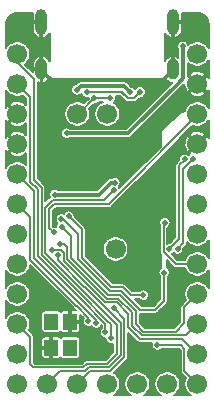
<source format=gbl>
G04 #@! TF.GenerationSoftware,KiCad,Pcbnew,(5.1.6)-1*
G04 #@! TF.CreationDate,2020-12-03T15:36:38+08:00*
G04 #@! TF.ProjectId,Alvaro,416c7661-726f-42e6-9b69-6361645f7063,rev?*
G04 #@! TF.SameCoordinates,Original*
G04 #@! TF.FileFunction,Copper,L2,Bot*
G04 #@! TF.FilePolarity,Positive*
%FSLAX46Y46*%
G04 Gerber Fmt 4.6, Leading zero omitted, Abs format (unit mm)*
G04 Created by KiCad (PCBNEW (5.1.6)-1) date 2020-12-03 15:36:38*
%MOMM*%
%LPD*%
G01*
G04 APERTURE LIST*
G04 #@! TA.AperFunction,ComponentPad*
%ADD10R,1.200000X1.400000*%
G04 #@! TD*
G04 #@! TA.AperFunction,ComponentPad*
%ADD11O,1.000000X1.800000*%
G04 #@! TD*
G04 #@! TA.AperFunction,ComponentPad*
%ADD12O,1.000000X2.200000*%
G04 #@! TD*
G04 #@! TA.AperFunction,ComponentPad*
%ADD13C,1.700000*%
G04 #@! TD*
G04 #@! TA.AperFunction,ViaPad*
%ADD14C,0.500000*%
G04 #@! TD*
G04 #@! TA.AperFunction,Conductor*
%ADD15C,0.310000*%
G04 #@! TD*
G04 #@! TA.AperFunction,Conductor*
%ADD16C,0.160000*%
G04 #@! TD*
G04 APERTURE END LIST*
D10*
X25250000Y-52149000D03*
X25250000Y-49949000D03*
X26850000Y-49949000D03*
X26850000Y-52149000D03*
D11*
X24425000Y-28600000D03*
X35575000Y-28600000D03*
D12*
X24425000Y-24600000D03*
X35575000Y-24600000D03*
D13*
X30700000Y-43800000D03*
X24920000Y-55240000D03*
X27460000Y-55240000D03*
X30000000Y-55240000D03*
X32540000Y-55240000D03*
X35080000Y-55240000D03*
X22380000Y-27300000D03*
X22380000Y-29840000D03*
X22380000Y-32380000D03*
X22380000Y-34920000D03*
X22380000Y-37460000D03*
X22380000Y-40000000D03*
X22380000Y-42540000D03*
X22380000Y-45080000D03*
X22380000Y-47620000D03*
X22380000Y-50160000D03*
X22380000Y-52700000D03*
X22380000Y-55240000D03*
X37620000Y-55240000D03*
X37620000Y-52700000D03*
X37620000Y-50160000D03*
X37620000Y-47620000D03*
X37620000Y-45080000D03*
X37620000Y-42540000D03*
X37620000Y-40000000D03*
X37620000Y-37460000D03*
X37620000Y-34920000D03*
X37620000Y-32380000D03*
X37620000Y-29840000D03*
X37620000Y-27300000D03*
X30000000Y-32380000D03*
X27460000Y-32380000D03*
D14*
X32144943Y-38744456D03*
X33050000Y-48370003D03*
X35599993Y-42600000D03*
X25584999Y-40650000D03*
X36800000Y-43850000D03*
X24000000Y-51550000D03*
X24000000Y-50450000D03*
X24000000Y-52650000D03*
X36000000Y-49150000D03*
X36200000Y-47500000D03*
X23450000Y-46500000D03*
X35900000Y-53300000D03*
X35575000Y-27225000D03*
X35575000Y-26175000D03*
X24425000Y-27225000D03*
X24425000Y-26200000D03*
X32900000Y-49925000D03*
X24000000Y-49300000D03*
X33700000Y-34550000D03*
X24425000Y-32225000D03*
X25775000Y-32225000D03*
X24650000Y-36000000D03*
X34450000Y-29925000D03*
X32150000Y-52600000D03*
X30150000Y-52200000D03*
X31050000Y-37150000D03*
X31450000Y-32650000D03*
X25450555Y-42400555D03*
X34875484Y-41574516D03*
X26150526Y-41910000D03*
X25968156Y-43369947D03*
X25309999Y-43859999D03*
X34229687Y-51929687D03*
X30541118Y-38841118D03*
X34803589Y-45796411D03*
X26110002Y-41251244D03*
X33050000Y-47710000D03*
X26730738Y-41026992D03*
X28400443Y-49918853D03*
X29046580Y-50053420D03*
X29829949Y-50867475D03*
X30319949Y-51350000D03*
X35250000Y-43800000D03*
X36539092Y-36217942D03*
X35942965Y-43800000D03*
X37250000Y-36200000D03*
X25800000Y-44350000D03*
X30250000Y-31050000D03*
X28897186Y-31049999D03*
X25550000Y-39194981D03*
X30639254Y-38188452D03*
X26550000Y-34000000D03*
X36400000Y-26650000D03*
X30555889Y-48819111D03*
X28250000Y-30525020D03*
X32760184Y-30513848D03*
X27425000Y-30325000D03*
X31944344Y-30530656D03*
D15*
X32144943Y-38744456D02*
X31254388Y-39635011D01*
X30739399Y-40150000D02*
X32144943Y-38744456D01*
X25834998Y-40400001D02*
X30489398Y-40400001D01*
X30489398Y-40400001D02*
X30739399Y-40150000D01*
X25584999Y-40650000D02*
X25834998Y-40400001D01*
X33226199Y-48370003D02*
X33050000Y-48370003D01*
X34170853Y-41442945D02*
X34170853Y-47425349D01*
X34604283Y-41009515D02*
X34170853Y-41442945D01*
X35146685Y-41009515D02*
X34604283Y-41009515D01*
X34170853Y-47425349D02*
X33226199Y-48370003D01*
X35599993Y-41462823D02*
X35146685Y-41009515D01*
X35599993Y-42600000D02*
X35599993Y-41462823D01*
X25266453Y-29490010D02*
X24424400Y-28647957D01*
X24424400Y-28647957D02*
X24424400Y-23973200D01*
X34733547Y-29490010D02*
X25266453Y-29490010D01*
X35575000Y-28648557D02*
X34733547Y-29490010D01*
X35575000Y-23985900D02*
X35575000Y-28648557D01*
D16*
X25094999Y-42044999D02*
X25450555Y-42400555D01*
X37620000Y-32380000D02*
X37620000Y-32487438D01*
X37620000Y-32487438D02*
X30102447Y-40004991D01*
X30102447Y-40004991D02*
X25504806Y-40004991D01*
X25094998Y-40414799D02*
X25094999Y-42044999D01*
X25504806Y-40004991D02*
X25094998Y-40414799D01*
X37620000Y-45080000D02*
X35804798Y-45080000D01*
X35804798Y-45080000D02*
X34759999Y-44035201D01*
X34759999Y-41690001D02*
X34875484Y-41574516D01*
X34759999Y-42490001D02*
X34759999Y-41690001D01*
X34759999Y-44035201D02*
X34759999Y-42490001D01*
X26930019Y-44528521D02*
X26930019Y-42689493D01*
X26930019Y-42689493D02*
X26150526Y-41910000D01*
X31056194Y-47689090D02*
X30090588Y-47689090D01*
X32409999Y-49042895D02*
X31056194Y-47689090D01*
X30090588Y-47689090D02*
X26930019Y-44528521D01*
X36500000Y-48740000D02*
X36500000Y-50100000D01*
X36500000Y-50100000D02*
X35800334Y-50799666D01*
X32409999Y-50160201D02*
X32409999Y-49042895D01*
X35800334Y-50799666D02*
X33049464Y-50799666D01*
X37620000Y-47620000D02*
X36500000Y-48740000D01*
X33049464Y-50799666D02*
X32409999Y-50160201D01*
X26321709Y-43369947D02*
X25968156Y-43369947D01*
X26610010Y-43658248D02*
X26321709Y-43369947D01*
X26610011Y-44661075D02*
X26610010Y-43658248D01*
X29958036Y-48009100D02*
X26610011Y-44661075D01*
X30923642Y-48009100D02*
X29958036Y-48009100D01*
X36660324Y-51119676D02*
X32916911Y-51119675D01*
X37620000Y-50160000D02*
X36660324Y-51119676D01*
X32089989Y-50292753D02*
X32089989Y-49175447D01*
X32916911Y-51119675D02*
X32089989Y-50292753D01*
X32089989Y-49175447D02*
X30923642Y-48009100D01*
X25309999Y-43859999D02*
X25309999Y-43859999D01*
X26035201Y-43859999D02*
X25309999Y-43859999D01*
X26290001Y-44114799D02*
X26035201Y-43859999D01*
X26290001Y-44793627D02*
X26290001Y-44114799D01*
X29825484Y-48329110D02*
X26290001Y-44793627D01*
X30791090Y-48329110D02*
X29825484Y-48329110D01*
X31769979Y-50425305D02*
X31769979Y-49307999D01*
X37620000Y-52700000D02*
X36359686Y-51439686D01*
X31769979Y-49307999D02*
X30791090Y-48329110D01*
X36359686Y-51439686D02*
X32784358Y-51439684D01*
X32784358Y-51439684D02*
X31769979Y-50425305D01*
X34229687Y-51929687D02*
X36229687Y-51929687D01*
X36529999Y-54149999D02*
X37620000Y-55240000D01*
X36529999Y-52229999D02*
X36529999Y-54149999D01*
X36229687Y-51929687D02*
X36529999Y-52229999D01*
X29697254Y-39684982D02*
X30541118Y-38841118D01*
X24750040Y-40307195D02*
X25372254Y-39684981D01*
X24750040Y-44165676D02*
X24750040Y-40307195D01*
X23729989Y-53829989D02*
X27964887Y-53829989D01*
X23470001Y-53570001D02*
X23729989Y-53829989D01*
X25372254Y-39684981D02*
X29697254Y-39684982D01*
X28284897Y-53509979D02*
X29984897Y-53509979D01*
X22380000Y-50160000D02*
X23470001Y-51250001D01*
X29984897Y-53509979D02*
X30809949Y-52684927D01*
X27964887Y-53829989D02*
X28284897Y-53509979D01*
X23470001Y-51250001D02*
X23470001Y-53570001D01*
X30809949Y-50218699D02*
X27921240Y-47329990D01*
X30809949Y-52684927D02*
X30809949Y-50218699D01*
X27921240Y-47329990D02*
X27914354Y-47329990D01*
X27914354Y-47329990D02*
X24750040Y-44165676D01*
X34050000Y-48950000D02*
X32750000Y-48950000D01*
X32750000Y-48930334D02*
X31169666Y-47350000D01*
X31169666Y-47350000D02*
X30204060Y-47350000D01*
X34803589Y-48196411D02*
X34050000Y-48950000D01*
X32750000Y-48950000D02*
X32750000Y-48930334D01*
X34803589Y-45796411D02*
X34803589Y-48196411D01*
X30204060Y-47350000D02*
X27533301Y-44679241D01*
X27533301Y-44679241D02*
X27533301Y-42716699D01*
X27533301Y-42716699D02*
X27533301Y-42567573D01*
X26216972Y-41251244D02*
X26110002Y-41251244D01*
X27533301Y-42567573D02*
X26216972Y-41251244D01*
X33050000Y-47710000D02*
X31982228Y-47710000D01*
X30336612Y-47029990D02*
X27853311Y-44546689D01*
X31982228Y-47710000D02*
X31302218Y-47029990D01*
X31302218Y-47029990D02*
X30336612Y-47029990D01*
X27853311Y-44546689D02*
X27853311Y-43296689D01*
X27853311Y-42149565D02*
X26730738Y-41026992D01*
X27853311Y-42296689D02*
X27853311Y-42149565D01*
X27853311Y-43296689D02*
X27853311Y-42296689D01*
X23470002Y-41090002D02*
X23470003Y-44695887D01*
X22380000Y-40000000D02*
X23470002Y-41090002D01*
X27384144Y-48610028D02*
X27391030Y-48610028D01*
X23470003Y-44695887D02*
X27384144Y-48610028D01*
X28400443Y-49619441D02*
X28400443Y-49918853D01*
X27391030Y-48610028D02*
X28400443Y-49619441D01*
X23790012Y-38870012D02*
X22380000Y-37460000D01*
X23790012Y-44563334D02*
X23790012Y-38870012D01*
X27516697Y-48290019D02*
X27523583Y-48290019D01*
X23790012Y-44563334D02*
X27516697Y-48290019D01*
X29046580Y-49813016D02*
X29046580Y-50053420D01*
X27523583Y-48290019D02*
X29046580Y-49813016D01*
X24110022Y-44430782D02*
X24110022Y-38737460D01*
X23470002Y-38097440D02*
X23470001Y-30930001D01*
X24110022Y-38737460D02*
X23470002Y-38097440D01*
X23470001Y-30930001D02*
X22380000Y-29840000D01*
X29829949Y-50143823D02*
X29829949Y-50867475D01*
X27656136Y-47970010D02*
X29829949Y-50143823D01*
X27649250Y-47970010D02*
X27656136Y-47970010D01*
X24110022Y-44430782D02*
X27649250Y-47970010D01*
X27788689Y-47650001D02*
X27781803Y-47650001D01*
X24430031Y-38604907D02*
X23790010Y-37964886D01*
X27781803Y-47650001D02*
X24430031Y-44298229D01*
X24430031Y-44298229D02*
X24430031Y-38604907D01*
X23790010Y-37964886D02*
X23790010Y-29411542D01*
X23790010Y-29411542D02*
X22380000Y-28001532D01*
X22380000Y-28001532D02*
X22380000Y-27300000D01*
X29999970Y-49861282D02*
X27788689Y-47650001D01*
X30319949Y-50181261D02*
X29999970Y-49861282D01*
X30319949Y-51350000D02*
X30319949Y-50181261D01*
X36089993Y-42960007D02*
X35250000Y-43800000D01*
X36089993Y-37289993D02*
X36089993Y-42960007D01*
X36089993Y-37259975D02*
X36089993Y-37289993D01*
X36539092Y-36217942D02*
X36539092Y-36260908D01*
X36539092Y-36260908D02*
X36089994Y-36710006D01*
X36089994Y-36710006D02*
X36089994Y-36907444D01*
X36089993Y-37289993D02*
X36089994Y-36907444D01*
X36410003Y-43332962D02*
X35942965Y-43800000D01*
X36410003Y-37056795D02*
X36410003Y-43332962D01*
X36410003Y-37056795D02*
X36410003Y-37039997D01*
X36410003Y-37039997D02*
X37250000Y-36200000D01*
X24920000Y-55240000D02*
X26010001Y-54149999D01*
X30117449Y-53829989D02*
X31129959Y-52817479D01*
X28097439Y-54149999D02*
X28417449Y-53829989D01*
X28417449Y-53829989D02*
X30117449Y-53829989D01*
X26010001Y-54149999D02*
X28097439Y-54149999D01*
X25800000Y-44756188D02*
X25800000Y-44350000D01*
X28046906Y-47009980D02*
X28046906Y-47003094D01*
X31129959Y-52817479D02*
X31129959Y-50086147D01*
X31129959Y-50086147D02*
X28093812Y-47050000D01*
X28093812Y-47050000D02*
X28086926Y-47050000D01*
X28086926Y-47050000D02*
X28046906Y-47009980D01*
X28046906Y-47003094D02*
X25800000Y-44756188D01*
X30249999Y-31049999D02*
X30250000Y-31050000D01*
X27567185Y-32380000D02*
X27460000Y-32380000D01*
X28897186Y-31049999D02*
X27567185Y-32380000D01*
X28897186Y-31049999D02*
X30249999Y-31049999D01*
D15*
X29279172Y-39194981D02*
X28785019Y-39194981D01*
X30285701Y-38188452D02*
X29279172Y-39194981D01*
X30639254Y-38188452D02*
X30285701Y-38188452D01*
X28785019Y-39194981D02*
X25550000Y-39194981D01*
X31762802Y-34000000D02*
X32162802Y-33600000D01*
X26550000Y-34000000D02*
X31762802Y-34000000D01*
X36031401Y-29731401D02*
X32162802Y-33600000D01*
X36400000Y-29362802D02*
X36400000Y-26650000D01*
X36031401Y-29731401D02*
X36400000Y-29362802D01*
D16*
X28550001Y-54149999D02*
X27460000Y-55240000D01*
X30250001Y-54149999D02*
X28550001Y-54149999D01*
X31449969Y-52950031D02*
X30250001Y-54149999D01*
X30555889Y-48819111D02*
X31449969Y-49713191D01*
X31449969Y-49713191D02*
X31449969Y-52950031D01*
X31709143Y-31020657D02*
X31248484Y-30559998D01*
X31709143Y-31020657D02*
X31213506Y-30525020D01*
X31213506Y-30525020D02*
X28250000Y-30525020D01*
X32253375Y-31020657D02*
X31709143Y-31020657D01*
X32760184Y-30513848D02*
X32253375Y-31020657D01*
D15*
X31944344Y-30530656D02*
X31373708Y-29960020D01*
X27789980Y-29960020D02*
X27425000Y-30325000D01*
X31373708Y-29960020D02*
X27789980Y-29960020D01*
D16*
G36*
X38575001Y-34388022D02*
G01*
X38550751Y-34342655D01*
X38406429Y-34246708D01*
X37733137Y-34920000D01*
X37747280Y-34934143D01*
X37634143Y-35047280D01*
X37620000Y-35033137D01*
X36946708Y-35706429D01*
X36995920Y-35780453D01*
X36937643Y-35819392D01*
X36885575Y-35871460D01*
X36851449Y-35837334D01*
X36771194Y-35783710D01*
X36682020Y-35746772D01*
X36587353Y-35727942D01*
X36490831Y-35727942D01*
X36396164Y-35746772D01*
X36306990Y-35783710D01*
X36226735Y-35837334D01*
X36158484Y-35905585D01*
X36104860Y-35985840D01*
X36067922Y-36075014D01*
X36049092Y-36169681D01*
X36049092Y-36266203D01*
X36054427Y-36293025D01*
X35874841Y-36472612D01*
X35862625Y-36482637D01*
X35838236Y-36512357D01*
X35822637Y-36531364D01*
X35806754Y-36561079D01*
X35792922Y-36586956D01*
X35774624Y-36647276D01*
X35769994Y-36694288D01*
X35768446Y-36710006D01*
X35769994Y-36725719D01*
X35769994Y-36923162D01*
X35769995Y-36923171D01*
X35769993Y-37244255D01*
X35769993Y-37274276D01*
X35769994Y-42827457D01*
X35287452Y-43310000D01*
X35201739Y-43310000D01*
X35107072Y-43328830D01*
X35079999Y-43340044D01*
X35079999Y-42020175D01*
X35107586Y-42008748D01*
X35187841Y-41955124D01*
X35256092Y-41886873D01*
X35309716Y-41806618D01*
X35346654Y-41717444D01*
X35365484Y-41622777D01*
X35365484Y-41526255D01*
X35346654Y-41431588D01*
X35309716Y-41342414D01*
X35256092Y-41262159D01*
X35187841Y-41193908D01*
X35107586Y-41140284D01*
X35018412Y-41103346D01*
X34923745Y-41084516D01*
X34827223Y-41084516D01*
X34732556Y-41103346D01*
X34643382Y-41140284D01*
X34563127Y-41193908D01*
X34494876Y-41262159D01*
X34441252Y-41342414D01*
X34404314Y-41431588D01*
X34385484Y-41526255D01*
X34385484Y-41622777D01*
X34404314Y-41717444D01*
X34440000Y-41803595D01*
X34439999Y-42505718D01*
X34440000Y-42505728D01*
X34439999Y-44019488D01*
X34438451Y-44035201D01*
X34439999Y-44050914D01*
X34439999Y-44050918D01*
X34444629Y-44097931D01*
X34462927Y-44158251D01*
X34476759Y-44184128D01*
X34492642Y-44213843D01*
X34501914Y-44225141D01*
X34520000Y-44247180D01*
X34520000Y-45396581D01*
X34491232Y-45415803D01*
X34422981Y-45484054D01*
X34369357Y-45564309D01*
X34332419Y-45653483D01*
X34313589Y-45748150D01*
X34313589Y-45844672D01*
X34332419Y-45939339D01*
X34369357Y-46028513D01*
X34422981Y-46108768D01*
X34483589Y-46169376D01*
X34483590Y-48062884D01*
X34477724Y-48069728D01*
X33917453Y-48630000D01*
X32902214Y-48630000D01*
X32302214Y-48030000D01*
X32677035Y-48030000D01*
X32737643Y-48090608D01*
X32817898Y-48144232D01*
X32907072Y-48181170D01*
X33001739Y-48200000D01*
X33098261Y-48200000D01*
X33192928Y-48181170D01*
X33282102Y-48144232D01*
X33362357Y-48090608D01*
X33430608Y-48022357D01*
X33484232Y-47942102D01*
X33521170Y-47852928D01*
X33540000Y-47758261D01*
X33540000Y-47661739D01*
X33521170Y-47567072D01*
X33484232Y-47477898D01*
X33430608Y-47397643D01*
X33362357Y-47329392D01*
X33282102Y-47275768D01*
X33192928Y-47238830D01*
X33098261Y-47220000D01*
X33001739Y-47220000D01*
X32907072Y-47238830D01*
X32817898Y-47275768D01*
X32737643Y-47329392D01*
X32677035Y-47390000D01*
X32114777Y-47390000D01*
X31539612Y-46814837D01*
X31529587Y-46802621D01*
X31480860Y-46762633D01*
X31425269Y-46732918D01*
X31364949Y-46714620D01*
X31317936Y-46709990D01*
X31317931Y-46709990D01*
X31302218Y-46708442D01*
X31286505Y-46709990D01*
X30469160Y-46709990D01*
X28173311Y-44414142D01*
X28173311Y-43692644D01*
X29610000Y-43692644D01*
X29610000Y-43907356D01*
X29651888Y-44117941D01*
X29734055Y-44316309D01*
X29853342Y-44494834D01*
X30005166Y-44646658D01*
X30183691Y-44765945D01*
X30382059Y-44848112D01*
X30592644Y-44890000D01*
X30807356Y-44890000D01*
X31017941Y-44848112D01*
X31216309Y-44765945D01*
X31394834Y-44646658D01*
X31546658Y-44494834D01*
X31665945Y-44316309D01*
X31748112Y-44117941D01*
X31790000Y-43907356D01*
X31790000Y-43692644D01*
X31748112Y-43482059D01*
X31665945Y-43283691D01*
X31546658Y-43105166D01*
X31394834Y-42953342D01*
X31216309Y-42834055D01*
X31017941Y-42751888D01*
X30807356Y-42710000D01*
X30592644Y-42710000D01*
X30382059Y-42751888D01*
X30183691Y-42834055D01*
X30005166Y-42953342D01*
X29853342Y-43105166D01*
X29734055Y-43283691D01*
X29651888Y-43482059D01*
X29610000Y-43692644D01*
X28173311Y-43692644D01*
X28173311Y-42165278D01*
X28174859Y-42149565D01*
X28172455Y-42125159D01*
X28168681Y-42086835D01*
X28150383Y-42026514D01*
X28121634Y-41972730D01*
X28120668Y-41970922D01*
X28090699Y-41934405D01*
X28080680Y-41922196D01*
X28068469Y-41912175D01*
X27220738Y-41064445D01*
X27220738Y-40978731D01*
X27201908Y-40884064D01*
X27164970Y-40794890D01*
X27111346Y-40714635D01*
X27043095Y-40646384D01*
X26962840Y-40592760D01*
X26873666Y-40555822D01*
X26778999Y-40536992D01*
X26682477Y-40536992D01*
X26587810Y-40555822D01*
X26498636Y-40592760D01*
X26418381Y-40646384D01*
X26350130Y-40714635D01*
X26296506Y-40794890D01*
X26295363Y-40797651D01*
X26252930Y-40780074D01*
X26158263Y-40761244D01*
X26061741Y-40761244D01*
X25967074Y-40780074D01*
X25877900Y-40817012D01*
X25797645Y-40870636D01*
X25729394Y-40938887D01*
X25675770Y-41019142D01*
X25638832Y-41108316D01*
X25620002Y-41202983D01*
X25620002Y-41299505D01*
X25638832Y-41394172D01*
X25675770Y-41483346D01*
X25729394Y-41563601D01*
X25767322Y-41601529D01*
X25716294Y-41677898D01*
X25679356Y-41767072D01*
X25660526Y-41861739D01*
X25660526Y-41957156D01*
X25593483Y-41929385D01*
X25498816Y-41910555D01*
X25414999Y-41910555D01*
X25414997Y-40547347D01*
X25637354Y-40324991D01*
X30086734Y-40324991D01*
X30102447Y-40326539D01*
X30118160Y-40324991D01*
X30118165Y-40324991D01*
X30165178Y-40320361D01*
X30225498Y-40302063D01*
X30281089Y-40272348D01*
X30329816Y-40232360D01*
X30339842Y-40220143D01*
X35602933Y-34957053D01*
X36525353Y-34957053D01*
X36553614Y-35169896D01*
X36622857Y-35373136D01*
X36689249Y-35497345D01*
X36833571Y-35593292D01*
X37506863Y-34920000D01*
X36833571Y-34246708D01*
X36689249Y-34342655D01*
X36594499Y-34535330D01*
X36539158Y-34742786D01*
X36525353Y-34957053D01*
X35602933Y-34957053D01*
X36426415Y-34133571D01*
X36946708Y-34133571D01*
X37620000Y-34806863D01*
X38293292Y-34133571D01*
X38197345Y-33989249D01*
X38004670Y-33894499D01*
X37797214Y-33839158D01*
X37582947Y-33825353D01*
X37370104Y-33853614D01*
X37166864Y-33922857D01*
X37042655Y-33989249D01*
X36946708Y-34133571D01*
X36426415Y-34133571D01*
X37181721Y-33378266D01*
X37302059Y-33428112D01*
X37512644Y-33470000D01*
X37727356Y-33470000D01*
X37937941Y-33428112D01*
X38136309Y-33345945D01*
X38314834Y-33226658D01*
X38466658Y-33074834D01*
X38575001Y-32912688D01*
X38575001Y-34388022D01*
G37*
X38575001Y-34388022D02*
X38550751Y-34342655D01*
X38406429Y-34246708D01*
X37733137Y-34920000D01*
X37747280Y-34934143D01*
X37634143Y-35047280D01*
X37620000Y-35033137D01*
X36946708Y-35706429D01*
X36995920Y-35780453D01*
X36937643Y-35819392D01*
X36885575Y-35871460D01*
X36851449Y-35837334D01*
X36771194Y-35783710D01*
X36682020Y-35746772D01*
X36587353Y-35727942D01*
X36490831Y-35727942D01*
X36396164Y-35746772D01*
X36306990Y-35783710D01*
X36226735Y-35837334D01*
X36158484Y-35905585D01*
X36104860Y-35985840D01*
X36067922Y-36075014D01*
X36049092Y-36169681D01*
X36049092Y-36266203D01*
X36054427Y-36293025D01*
X35874841Y-36472612D01*
X35862625Y-36482637D01*
X35838236Y-36512357D01*
X35822637Y-36531364D01*
X35806754Y-36561079D01*
X35792922Y-36586956D01*
X35774624Y-36647276D01*
X35769994Y-36694288D01*
X35768446Y-36710006D01*
X35769994Y-36725719D01*
X35769994Y-36923162D01*
X35769995Y-36923171D01*
X35769993Y-37244255D01*
X35769993Y-37274276D01*
X35769994Y-42827457D01*
X35287452Y-43310000D01*
X35201739Y-43310000D01*
X35107072Y-43328830D01*
X35079999Y-43340044D01*
X35079999Y-42020175D01*
X35107586Y-42008748D01*
X35187841Y-41955124D01*
X35256092Y-41886873D01*
X35309716Y-41806618D01*
X35346654Y-41717444D01*
X35365484Y-41622777D01*
X35365484Y-41526255D01*
X35346654Y-41431588D01*
X35309716Y-41342414D01*
X35256092Y-41262159D01*
X35187841Y-41193908D01*
X35107586Y-41140284D01*
X35018412Y-41103346D01*
X34923745Y-41084516D01*
X34827223Y-41084516D01*
X34732556Y-41103346D01*
X34643382Y-41140284D01*
X34563127Y-41193908D01*
X34494876Y-41262159D01*
X34441252Y-41342414D01*
X34404314Y-41431588D01*
X34385484Y-41526255D01*
X34385484Y-41622777D01*
X34404314Y-41717444D01*
X34440000Y-41803595D01*
X34439999Y-42505718D01*
X34440000Y-42505728D01*
X34439999Y-44019488D01*
X34438451Y-44035201D01*
X34439999Y-44050914D01*
X34439999Y-44050918D01*
X34444629Y-44097931D01*
X34462927Y-44158251D01*
X34476759Y-44184128D01*
X34492642Y-44213843D01*
X34501914Y-44225141D01*
X34520000Y-44247180D01*
X34520000Y-45396581D01*
X34491232Y-45415803D01*
X34422981Y-45484054D01*
X34369357Y-45564309D01*
X34332419Y-45653483D01*
X34313589Y-45748150D01*
X34313589Y-45844672D01*
X34332419Y-45939339D01*
X34369357Y-46028513D01*
X34422981Y-46108768D01*
X34483589Y-46169376D01*
X34483590Y-48062884D01*
X34477724Y-48069728D01*
X33917453Y-48630000D01*
X32902214Y-48630000D01*
X32302214Y-48030000D01*
X32677035Y-48030000D01*
X32737643Y-48090608D01*
X32817898Y-48144232D01*
X32907072Y-48181170D01*
X33001739Y-48200000D01*
X33098261Y-48200000D01*
X33192928Y-48181170D01*
X33282102Y-48144232D01*
X33362357Y-48090608D01*
X33430608Y-48022357D01*
X33484232Y-47942102D01*
X33521170Y-47852928D01*
X33540000Y-47758261D01*
X33540000Y-47661739D01*
X33521170Y-47567072D01*
X33484232Y-47477898D01*
X33430608Y-47397643D01*
X33362357Y-47329392D01*
X33282102Y-47275768D01*
X33192928Y-47238830D01*
X33098261Y-47220000D01*
X33001739Y-47220000D01*
X32907072Y-47238830D01*
X32817898Y-47275768D01*
X32737643Y-47329392D01*
X32677035Y-47390000D01*
X32114777Y-47390000D01*
X31539612Y-46814837D01*
X31529587Y-46802621D01*
X31480860Y-46762633D01*
X31425269Y-46732918D01*
X31364949Y-46714620D01*
X31317936Y-46709990D01*
X31317931Y-46709990D01*
X31302218Y-46708442D01*
X31286505Y-46709990D01*
X30469160Y-46709990D01*
X28173311Y-44414142D01*
X28173311Y-43692644D01*
X29610000Y-43692644D01*
X29610000Y-43907356D01*
X29651888Y-44117941D01*
X29734055Y-44316309D01*
X29853342Y-44494834D01*
X30005166Y-44646658D01*
X30183691Y-44765945D01*
X30382059Y-44848112D01*
X30592644Y-44890000D01*
X30807356Y-44890000D01*
X31017941Y-44848112D01*
X31216309Y-44765945D01*
X31394834Y-44646658D01*
X31546658Y-44494834D01*
X31665945Y-44316309D01*
X31748112Y-44117941D01*
X31790000Y-43907356D01*
X31790000Y-43692644D01*
X31748112Y-43482059D01*
X31665945Y-43283691D01*
X31546658Y-43105166D01*
X31394834Y-42953342D01*
X31216309Y-42834055D01*
X31017941Y-42751888D01*
X30807356Y-42710000D01*
X30592644Y-42710000D01*
X30382059Y-42751888D01*
X30183691Y-42834055D01*
X30005166Y-42953342D01*
X29853342Y-43105166D01*
X29734055Y-43283691D01*
X29651888Y-43482059D01*
X29610000Y-43692644D01*
X28173311Y-43692644D01*
X28173311Y-42165278D01*
X28174859Y-42149565D01*
X28172455Y-42125159D01*
X28168681Y-42086835D01*
X28150383Y-42026514D01*
X28121634Y-41972730D01*
X28120668Y-41970922D01*
X28090699Y-41934405D01*
X28080680Y-41922196D01*
X28068469Y-41912175D01*
X27220738Y-41064445D01*
X27220738Y-40978731D01*
X27201908Y-40884064D01*
X27164970Y-40794890D01*
X27111346Y-40714635D01*
X27043095Y-40646384D01*
X26962840Y-40592760D01*
X26873666Y-40555822D01*
X26778999Y-40536992D01*
X26682477Y-40536992D01*
X26587810Y-40555822D01*
X26498636Y-40592760D01*
X26418381Y-40646384D01*
X26350130Y-40714635D01*
X26296506Y-40794890D01*
X26295363Y-40797651D01*
X26252930Y-40780074D01*
X26158263Y-40761244D01*
X26061741Y-40761244D01*
X25967074Y-40780074D01*
X25877900Y-40817012D01*
X25797645Y-40870636D01*
X25729394Y-40938887D01*
X25675770Y-41019142D01*
X25638832Y-41108316D01*
X25620002Y-41202983D01*
X25620002Y-41299505D01*
X25638832Y-41394172D01*
X25675770Y-41483346D01*
X25729394Y-41563601D01*
X25767322Y-41601529D01*
X25716294Y-41677898D01*
X25679356Y-41767072D01*
X25660526Y-41861739D01*
X25660526Y-41957156D01*
X25593483Y-41929385D01*
X25498816Y-41910555D01*
X25414999Y-41910555D01*
X25414997Y-40547347D01*
X25637354Y-40324991D01*
X30086734Y-40324991D01*
X30102447Y-40326539D01*
X30118160Y-40324991D01*
X30118165Y-40324991D01*
X30165178Y-40320361D01*
X30225498Y-40302063D01*
X30281089Y-40272348D01*
X30329816Y-40232360D01*
X30339842Y-40220143D01*
X35602933Y-34957053D01*
X36525353Y-34957053D01*
X36553614Y-35169896D01*
X36622857Y-35373136D01*
X36689249Y-35497345D01*
X36833571Y-35593292D01*
X37506863Y-34920000D01*
X36833571Y-34246708D01*
X36689249Y-34342655D01*
X36594499Y-34535330D01*
X36539158Y-34742786D01*
X36525353Y-34957053D01*
X35602933Y-34957053D01*
X36426415Y-34133571D01*
X36946708Y-34133571D01*
X37620000Y-34806863D01*
X38293292Y-34133571D01*
X38197345Y-33989249D01*
X38004670Y-33894499D01*
X37797214Y-33839158D01*
X37582947Y-33825353D01*
X37370104Y-33853614D01*
X37166864Y-33922857D01*
X37042655Y-33989249D01*
X36946708Y-34133571D01*
X36426415Y-34133571D01*
X37181721Y-33378266D01*
X37302059Y-33428112D01*
X37512644Y-33470000D01*
X37727356Y-33470000D01*
X37937941Y-33428112D01*
X38136309Y-33345945D01*
X38314834Y-33226658D01*
X38466658Y-33074834D01*
X38575001Y-32912688D01*
X38575001Y-34388022D01*
G36*
X32546971Y-51654845D02*
G01*
X32556989Y-51667052D01*
X32569194Y-51677068D01*
X32569198Y-51677072D01*
X32605715Y-51707042D01*
X32661306Y-51736756D01*
X32721627Y-51755053D01*
X32784358Y-51761232D01*
X32800084Y-51759683D01*
X33769732Y-51759684D01*
X33758517Y-51786759D01*
X33739687Y-51881426D01*
X33739687Y-51977948D01*
X33758517Y-52072615D01*
X33795455Y-52161789D01*
X33849079Y-52242044D01*
X33917330Y-52310295D01*
X33997585Y-52363919D01*
X34086759Y-52400857D01*
X34181426Y-52419687D01*
X34277948Y-52419687D01*
X34372615Y-52400857D01*
X34461789Y-52363919D01*
X34542044Y-52310295D01*
X34602652Y-52249687D01*
X36097139Y-52249687D01*
X36209999Y-52362547D01*
X36210000Y-54134276D01*
X36208451Y-54149999D01*
X36211453Y-54180475D01*
X36214630Y-54212730D01*
X36232928Y-54273050D01*
X36262642Y-54328641D01*
X36287965Y-54359497D01*
X36302631Y-54377368D01*
X36314840Y-54387387D01*
X36653202Y-54725750D01*
X36571888Y-54922059D01*
X36530000Y-55132644D01*
X36530000Y-55347356D01*
X36571888Y-55557941D01*
X36654055Y-55756309D01*
X36773342Y-55934834D01*
X36925166Y-56086658D01*
X37087311Y-56195000D01*
X35612689Y-56195000D01*
X35774834Y-56086658D01*
X35926658Y-55934834D01*
X36045945Y-55756309D01*
X36128112Y-55557941D01*
X36170000Y-55347356D01*
X36170000Y-55132644D01*
X36128112Y-54922059D01*
X36045945Y-54723691D01*
X35926658Y-54545166D01*
X35774834Y-54393342D01*
X35596309Y-54274055D01*
X35397941Y-54191888D01*
X35187356Y-54150000D01*
X34972644Y-54150000D01*
X34762059Y-54191888D01*
X34563691Y-54274055D01*
X34385166Y-54393342D01*
X34233342Y-54545166D01*
X34114055Y-54723691D01*
X34031888Y-54922059D01*
X33990000Y-55132644D01*
X33990000Y-55347356D01*
X34031888Y-55557941D01*
X34114055Y-55756309D01*
X34233342Y-55934834D01*
X34385166Y-56086658D01*
X34547311Y-56195000D01*
X33072689Y-56195000D01*
X33234834Y-56086658D01*
X33386658Y-55934834D01*
X33505945Y-55756309D01*
X33588112Y-55557941D01*
X33630000Y-55347356D01*
X33630000Y-55132644D01*
X33588112Y-54922059D01*
X33505945Y-54723691D01*
X33386658Y-54545166D01*
X33234834Y-54393342D01*
X33056309Y-54274055D01*
X32857941Y-54191888D01*
X32647356Y-54150000D01*
X32432644Y-54150000D01*
X32222059Y-54191888D01*
X32023691Y-54274055D01*
X31845166Y-54393342D01*
X31693342Y-54545166D01*
X31574055Y-54723691D01*
X31491888Y-54922059D01*
X31450000Y-55132644D01*
X31450000Y-55347356D01*
X31491888Y-55557941D01*
X31574055Y-55756309D01*
X31693342Y-55934834D01*
X31845166Y-56086658D01*
X32007311Y-56195000D01*
X30532689Y-56195000D01*
X30694834Y-56086658D01*
X30846658Y-55934834D01*
X30965945Y-55756309D01*
X31048112Y-55557941D01*
X31090000Y-55347356D01*
X31090000Y-55132644D01*
X31048112Y-54922059D01*
X30965945Y-54723691D01*
X30846658Y-54545166D01*
X30694834Y-54393342D01*
X30553585Y-54298962D01*
X31665127Y-53187421D01*
X31677338Y-53177400D01*
X31708829Y-53139027D01*
X31717326Y-53128674D01*
X31747040Y-53073083D01*
X31747041Y-53073082D01*
X31765339Y-53012762D01*
X31769969Y-52965749D01*
X31769969Y-52965745D01*
X31771517Y-52950032D01*
X31769969Y-52934319D01*
X31769969Y-50877842D01*
X32546971Y-51654845D01*
G37*
X32546971Y-51654845D02*
X32556989Y-51667052D01*
X32569194Y-51677068D01*
X32569198Y-51677072D01*
X32605715Y-51707042D01*
X32661306Y-51736756D01*
X32721627Y-51755053D01*
X32784358Y-51761232D01*
X32800084Y-51759683D01*
X33769732Y-51759684D01*
X33758517Y-51786759D01*
X33739687Y-51881426D01*
X33739687Y-51977948D01*
X33758517Y-52072615D01*
X33795455Y-52161789D01*
X33849079Y-52242044D01*
X33917330Y-52310295D01*
X33997585Y-52363919D01*
X34086759Y-52400857D01*
X34181426Y-52419687D01*
X34277948Y-52419687D01*
X34372615Y-52400857D01*
X34461789Y-52363919D01*
X34542044Y-52310295D01*
X34602652Y-52249687D01*
X36097139Y-52249687D01*
X36209999Y-52362547D01*
X36210000Y-54134276D01*
X36208451Y-54149999D01*
X36211453Y-54180475D01*
X36214630Y-54212730D01*
X36232928Y-54273050D01*
X36262642Y-54328641D01*
X36287965Y-54359497D01*
X36302631Y-54377368D01*
X36314840Y-54387387D01*
X36653202Y-54725750D01*
X36571888Y-54922059D01*
X36530000Y-55132644D01*
X36530000Y-55347356D01*
X36571888Y-55557941D01*
X36654055Y-55756309D01*
X36773342Y-55934834D01*
X36925166Y-56086658D01*
X37087311Y-56195000D01*
X35612689Y-56195000D01*
X35774834Y-56086658D01*
X35926658Y-55934834D01*
X36045945Y-55756309D01*
X36128112Y-55557941D01*
X36170000Y-55347356D01*
X36170000Y-55132644D01*
X36128112Y-54922059D01*
X36045945Y-54723691D01*
X35926658Y-54545166D01*
X35774834Y-54393342D01*
X35596309Y-54274055D01*
X35397941Y-54191888D01*
X35187356Y-54150000D01*
X34972644Y-54150000D01*
X34762059Y-54191888D01*
X34563691Y-54274055D01*
X34385166Y-54393342D01*
X34233342Y-54545166D01*
X34114055Y-54723691D01*
X34031888Y-54922059D01*
X33990000Y-55132644D01*
X33990000Y-55347356D01*
X34031888Y-55557941D01*
X34114055Y-55756309D01*
X34233342Y-55934834D01*
X34385166Y-56086658D01*
X34547311Y-56195000D01*
X33072689Y-56195000D01*
X33234834Y-56086658D01*
X33386658Y-55934834D01*
X33505945Y-55756309D01*
X33588112Y-55557941D01*
X33630000Y-55347356D01*
X33630000Y-55132644D01*
X33588112Y-54922059D01*
X33505945Y-54723691D01*
X33386658Y-54545166D01*
X33234834Y-54393342D01*
X33056309Y-54274055D01*
X32857941Y-54191888D01*
X32647356Y-54150000D01*
X32432644Y-54150000D01*
X32222059Y-54191888D01*
X32023691Y-54274055D01*
X31845166Y-54393342D01*
X31693342Y-54545166D01*
X31574055Y-54723691D01*
X31491888Y-54922059D01*
X31450000Y-55132644D01*
X31450000Y-55347356D01*
X31491888Y-55557941D01*
X31574055Y-55756309D01*
X31693342Y-55934834D01*
X31845166Y-56086658D01*
X32007311Y-56195000D01*
X30532689Y-56195000D01*
X30694834Y-56086658D01*
X30846658Y-55934834D01*
X30965945Y-55756309D01*
X31048112Y-55557941D01*
X31090000Y-55347356D01*
X31090000Y-55132644D01*
X31048112Y-54922059D01*
X30965945Y-54723691D01*
X30846658Y-54545166D01*
X30694834Y-54393342D01*
X30553585Y-54298962D01*
X31665127Y-53187421D01*
X31677338Y-53177400D01*
X31708829Y-53139027D01*
X31717326Y-53128674D01*
X31747040Y-53073083D01*
X31747041Y-53073082D01*
X31765339Y-53012762D01*
X31769969Y-52965749D01*
X31769969Y-52965745D01*
X31771517Y-52950032D01*
X31769969Y-52934319D01*
X31769969Y-50877842D01*
X32546971Y-51654845D01*
G36*
X27146759Y-48825191D02*
G01*
X27156775Y-48837397D01*
X27168980Y-48847413D01*
X27168983Y-48847416D01*
X27205501Y-48877385D01*
X27206229Y-48877774D01*
X27336580Y-49008125D01*
X26990000Y-49009000D01*
X26930000Y-49069000D01*
X26930000Y-49869000D01*
X27630000Y-49869000D01*
X27690000Y-49809000D01*
X27690926Y-49362471D01*
X27985835Y-49657381D01*
X27966211Y-49686751D01*
X27929273Y-49775925D01*
X27910443Y-49870592D01*
X27910443Y-49967114D01*
X27929273Y-50061781D01*
X27966211Y-50150955D01*
X28019835Y-50231210D01*
X28088086Y-50299461D01*
X28168341Y-50353085D01*
X28257515Y-50390023D01*
X28352182Y-50408853D01*
X28448704Y-50408853D01*
X28543371Y-50390023D01*
X28632545Y-50353085D01*
X28649792Y-50341561D01*
X28665972Y-50365777D01*
X28734223Y-50434028D01*
X28814478Y-50487652D01*
X28903652Y-50524590D01*
X28998319Y-50543420D01*
X29094841Y-50543420D01*
X29189508Y-50524590D01*
X29278682Y-50487652D01*
X29358937Y-50434028D01*
X29427188Y-50365777D01*
X29480812Y-50285522D01*
X29492027Y-50258448D01*
X29509949Y-50276371D01*
X29509949Y-50494510D01*
X29449341Y-50555118D01*
X29395717Y-50635373D01*
X29358779Y-50724547D01*
X29339949Y-50819214D01*
X29339949Y-50915736D01*
X29358779Y-51010403D01*
X29395717Y-51099577D01*
X29449341Y-51179832D01*
X29517592Y-51248083D01*
X29597847Y-51301707D01*
X29687021Y-51338645D01*
X29781688Y-51357475D01*
X29829949Y-51357475D01*
X29829949Y-51398261D01*
X29848779Y-51492928D01*
X29885717Y-51582102D01*
X29939341Y-51662357D01*
X30007592Y-51730608D01*
X30087847Y-51784232D01*
X30177021Y-51821170D01*
X30271688Y-51840000D01*
X30368210Y-51840000D01*
X30462877Y-51821170D01*
X30489949Y-51809956D01*
X30489949Y-52552379D01*
X29852350Y-53189979D01*
X28300602Y-53189979D01*
X28284896Y-53188432D01*
X28269190Y-53189979D01*
X28269179Y-53189979D01*
X28222166Y-53194609D01*
X28161846Y-53212907D01*
X28155482Y-53216309D01*
X28106253Y-53242622D01*
X28069736Y-53272591D01*
X28069733Y-53272594D01*
X28057528Y-53282610D01*
X28047511Y-53294816D01*
X27832339Y-53509989D01*
X23862537Y-53509989D01*
X23790001Y-53437454D01*
X23790001Y-52849000D01*
X24408839Y-52849000D01*
X24413473Y-52896048D01*
X24427196Y-52941288D01*
X24449482Y-52982982D01*
X24479473Y-53019527D01*
X24516018Y-53049518D01*
X24557712Y-53071804D01*
X24602952Y-53085527D01*
X24650000Y-53090161D01*
X25110000Y-53089000D01*
X25170000Y-53029000D01*
X25170000Y-52229000D01*
X24470000Y-52229000D01*
X24410000Y-52289000D01*
X24408839Y-52849000D01*
X23790001Y-52849000D01*
X23790001Y-51449000D01*
X24408839Y-51449000D01*
X24410000Y-52009000D01*
X24470000Y-52069000D01*
X25170000Y-52069000D01*
X25170000Y-51269000D01*
X25330000Y-51269000D01*
X25330000Y-52069000D01*
X25350000Y-52069000D01*
X25350000Y-52229000D01*
X25330000Y-52229000D01*
X25330000Y-53029000D01*
X25390000Y-53089000D01*
X25850000Y-53090161D01*
X25897048Y-53085527D01*
X25942288Y-53071804D01*
X25983982Y-53049518D01*
X26020527Y-53019527D01*
X26050000Y-52983613D01*
X26079473Y-53019527D01*
X26116018Y-53049518D01*
X26157712Y-53071804D01*
X26202952Y-53085527D01*
X26250000Y-53090161D01*
X27450000Y-53090161D01*
X27497048Y-53085527D01*
X27542288Y-53071804D01*
X27583982Y-53049518D01*
X27620527Y-53019527D01*
X27650518Y-52982982D01*
X27672804Y-52941288D01*
X27686527Y-52896048D01*
X27691161Y-52849000D01*
X27691161Y-51449000D01*
X27686527Y-51401952D01*
X27672804Y-51356712D01*
X27650518Y-51315018D01*
X27620527Y-51278473D01*
X27583982Y-51248482D01*
X27542288Y-51226196D01*
X27497048Y-51212473D01*
X27450000Y-51207839D01*
X26250000Y-51207839D01*
X26202952Y-51212473D01*
X26157712Y-51226196D01*
X26116018Y-51248482D01*
X26079473Y-51278473D01*
X26050000Y-51314387D01*
X26020527Y-51278473D01*
X25983982Y-51248482D01*
X25942288Y-51226196D01*
X25897048Y-51212473D01*
X25850000Y-51207839D01*
X25390000Y-51209000D01*
X25330000Y-51269000D01*
X25170000Y-51269000D01*
X25110000Y-51209000D01*
X24650000Y-51207839D01*
X24602952Y-51212473D01*
X24557712Y-51226196D01*
X24516018Y-51248482D01*
X24479473Y-51278473D01*
X24449482Y-51315018D01*
X24427196Y-51356712D01*
X24413473Y-51401952D01*
X24408839Y-51449000D01*
X23790001Y-51449000D01*
X23790001Y-51265713D01*
X23791549Y-51250000D01*
X23790001Y-51234283D01*
X23785371Y-51187270D01*
X23767073Y-51126950D01*
X23750923Y-51096737D01*
X23737358Y-51071358D01*
X23707389Y-51034840D01*
X23707386Y-51034837D01*
X23697370Y-51022632D01*
X23685165Y-51012617D01*
X23346798Y-50674250D01*
X23428112Y-50477941D01*
X23470000Y-50267356D01*
X23470000Y-50052644D01*
X23428112Y-49842059D01*
X23345945Y-49643691D01*
X23226658Y-49465166D01*
X23074834Y-49313342D01*
X22978540Y-49249000D01*
X24408839Y-49249000D01*
X24408839Y-50649000D01*
X24413473Y-50696048D01*
X24427196Y-50741288D01*
X24449482Y-50782982D01*
X24479473Y-50819527D01*
X24516018Y-50849518D01*
X24557712Y-50871804D01*
X24602952Y-50885527D01*
X24650000Y-50890161D01*
X25850000Y-50890161D01*
X25897048Y-50885527D01*
X25942288Y-50871804D01*
X25983982Y-50849518D01*
X26020527Y-50819527D01*
X26050000Y-50783613D01*
X26079473Y-50819527D01*
X26116018Y-50849518D01*
X26157712Y-50871804D01*
X26202952Y-50885527D01*
X26250000Y-50890161D01*
X26710000Y-50889000D01*
X26770000Y-50829000D01*
X26770000Y-50029000D01*
X26930000Y-50029000D01*
X26930000Y-50829000D01*
X26990000Y-50889000D01*
X27450000Y-50890161D01*
X27497048Y-50885527D01*
X27542288Y-50871804D01*
X27583982Y-50849518D01*
X27620527Y-50819527D01*
X27650518Y-50782982D01*
X27672804Y-50741288D01*
X27686527Y-50696048D01*
X27691161Y-50649000D01*
X27690000Y-50089000D01*
X27630000Y-50029000D01*
X26930000Y-50029000D01*
X26770000Y-50029000D01*
X26750000Y-50029000D01*
X26750000Y-49869000D01*
X26770000Y-49869000D01*
X26770000Y-49069000D01*
X26710000Y-49009000D01*
X26250000Y-49007839D01*
X26202952Y-49012473D01*
X26157712Y-49026196D01*
X26116018Y-49048482D01*
X26079473Y-49078473D01*
X26050000Y-49114387D01*
X26020527Y-49078473D01*
X25983982Y-49048482D01*
X25942288Y-49026196D01*
X25897048Y-49012473D01*
X25850000Y-49007839D01*
X24650000Y-49007839D01*
X24602952Y-49012473D01*
X24557712Y-49026196D01*
X24516018Y-49048482D01*
X24479473Y-49078473D01*
X24449482Y-49115018D01*
X24427196Y-49156712D01*
X24413473Y-49201952D01*
X24408839Y-49249000D01*
X22978540Y-49249000D01*
X22896309Y-49194055D01*
X22697941Y-49111888D01*
X22487356Y-49070000D01*
X22272644Y-49070000D01*
X22062059Y-49111888D01*
X21863691Y-49194055D01*
X21685166Y-49313342D01*
X21533342Y-49465166D01*
X21425000Y-49627311D01*
X21425000Y-48152689D01*
X21533342Y-48314834D01*
X21685166Y-48466658D01*
X21863691Y-48585945D01*
X22062059Y-48668112D01*
X22272644Y-48710000D01*
X22487356Y-48710000D01*
X22697941Y-48668112D01*
X22896309Y-48585945D01*
X23074834Y-48466658D01*
X23226658Y-48314834D01*
X23345945Y-48136309D01*
X23428112Y-47937941D01*
X23470000Y-47727356D01*
X23470000Y-47512644D01*
X23428112Y-47302059D01*
X23345945Y-47103691D01*
X23226658Y-46925166D01*
X23074834Y-46773342D01*
X22896309Y-46654055D01*
X22697941Y-46571888D01*
X22487356Y-46530000D01*
X22272644Y-46530000D01*
X22062059Y-46571888D01*
X21863691Y-46654055D01*
X21685166Y-46773342D01*
X21533342Y-46925166D01*
X21425000Y-47087311D01*
X21425000Y-45612689D01*
X21533342Y-45774834D01*
X21685166Y-45926658D01*
X21863691Y-46045945D01*
X22062059Y-46128112D01*
X22272644Y-46170000D01*
X22487356Y-46170000D01*
X22697941Y-46128112D01*
X22896309Y-46045945D01*
X23074834Y-45926658D01*
X23226658Y-45774834D01*
X23345945Y-45596309D01*
X23428112Y-45397941D01*
X23470000Y-45187356D01*
X23470000Y-45148431D01*
X27146759Y-48825191D01*
G37*
X27146759Y-48825191D02*
X27156775Y-48837397D01*
X27168980Y-48847413D01*
X27168983Y-48847416D01*
X27205501Y-48877385D01*
X27206229Y-48877774D01*
X27336580Y-49008125D01*
X26990000Y-49009000D01*
X26930000Y-49069000D01*
X26930000Y-49869000D01*
X27630000Y-49869000D01*
X27690000Y-49809000D01*
X27690926Y-49362471D01*
X27985835Y-49657381D01*
X27966211Y-49686751D01*
X27929273Y-49775925D01*
X27910443Y-49870592D01*
X27910443Y-49967114D01*
X27929273Y-50061781D01*
X27966211Y-50150955D01*
X28019835Y-50231210D01*
X28088086Y-50299461D01*
X28168341Y-50353085D01*
X28257515Y-50390023D01*
X28352182Y-50408853D01*
X28448704Y-50408853D01*
X28543371Y-50390023D01*
X28632545Y-50353085D01*
X28649792Y-50341561D01*
X28665972Y-50365777D01*
X28734223Y-50434028D01*
X28814478Y-50487652D01*
X28903652Y-50524590D01*
X28998319Y-50543420D01*
X29094841Y-50543420D01*
X29189508Y-50524590D01*
X29278682Y-50487652D01*
X29358937Y-50434028D01*
X29427188Y-50365777D01*
X29480812Y-50285522D01*
X29492027Y-50258448D01*
X29509949Y-50276371D01*
X29509949Y-50494510D01*
X29449341Y-50555118D01*
X29395717Y-50635373D01*
X29358779Y-50724547D01*
X29339949Y-50819214D01*
X29339949Y-50915736D01*
X29358779Y-51010403D01*
X29395717Y-51099577D01*
X29449341Y-51179832D01*
X29517592Y-51248083D01*
X29597847Y-51301707D01*
X29687021Y-51338645D01*
X29781688Y-51357475D01*
X29829949Y-51357475D01*
X29829949Y-51398261D01*
X29848779Y-51492928D01*
X29885717Y-51582102D01*
X29939341Y-51662357D01*
X30007592Y-51730608D01*
X30087847Y-51784232D01*
X30177021Y-51821170D01*
X30271688Y-51840000D01*
X30368210Y-51840000D01*
X30462877Y-51821170D01*
X30489949Y-51809956D01*
X30489949Y-52552379D01*
X29852350Y-53189979D01*
X28300602Y-53189979D01*
X28284896Y-53188432D01*
X28269190Y-53189979D01*
X28269179Y-53189979D01*
X28222166Y-53194609D01*
X28161846Y-53212907D01*
X28155482Y-53216309D01*
X28106253Y-53242622D01*
X28069736Y-53272591D01*
X28069733Y-53272594D01*
X28057528Y-53282610D01*
X28047511Y-53294816D01*
X27832339Y-53509989D01*
X23862537Y-53509989D01*
X23790001Y-53437454D01*
X23790001Y-52849000D01*
X24408839Y-52849000D01*
X24413473Y-52896048D01*
X24427196Y-52941288D01*
X24449482Y-52982982D01*
X24479473Y-53019527D01*
X24516018Y-53049518D01*
X24557712Y-53071804D01*
X24602952Y-53085527D01*
X24650000Y-53090161D01*
X25110000Y-53089000D01*
X25170000Y-53029000D01*
X25170000Y-52229000D01*
X24470000Y-52229000D01*
X24410000Y-52289000D01*
X24408839Y-52849000D01*
X23790001Y-52849000D01*
X23790001Y-51449000D01*
X24408839Y-51449000D01*
X24410000Y-52009000D01*
X24470000Y-52069000D01*
X25170000Y-52069000D01*
X25170000Y-51269000D01*
X25330000Y-51269000D01*
X25330000Y-52069000D01*
X25350000Y-52069000D01*
X25350000Y-52229000D01*
X25330000Y-52229000D01*
X25330000Y-53029000D01*
X25390000Y-53089000D01*
X25850000Y-53090161D01*
X25897048Y-53085527D01*
X25942288Y-53071804D01*
X25983982Y-53049518D01*
X26020527Y-53019527D01*
X26050000Y-52983613D01*
X26079473Y-53019527D01*
X26116018Y-53049518D01*
X26157712Y-53071804D01*
X26202952Y-53085527D01*
X26250000Y-53090161D01*
X27450000Y-53090161D01*
X27497048Y-53085527D01*
X27542288Y-53071804D01*
X27583982Y-53049518D01*
X27620527Y-53019527D01*
X27650518Y-52982982D01*
X27672804Y-52941288D01*
X27686527Y-52896048D01*
X27691161Y-52849000D01*
X27691161Y-51449000D01*
X27686527Y-51401952D01*
X27672804Y-51356712D01*
X27650518Y-51315018D01*
X27620527Y-51278473D01*
X27583982Y-51248482D01*
X27542288Y-51226196D01*
X27497048Y-51212473D01*
X27450000Y-51207839D01*
X26250000Y-51207839D01*
X26202952Y-51212473D01*
X26157712Y-51226196D01*
X26116018Y-51248482D01*
X26079473Y-51278473D01*
X26050000Y-51314387D01*
X26020527Y-51278473D01*
X25983982Y-51248482D01*
X25942288Y-51226196D01*
X25897048Y-51212473D01*
X25850000Y-51207839D01*
X25390000Y-51209000D01*
X25330000Y-51269000D01*
X25170000Y-51269000D01*
X25110000Y-51209000D01*
X24650000Y-51207839D01*
X24602952Y-51212473D01*
X24557712Y-51226196D01*
X24516018Y-51248482D01*
X24479473Y-51278473D01*
X24449482Y-51315018D01*
X24427196Y-51356712D01*
X24413473Y-51401952D01*
X24408839Y-51449000D01*
X23790001Y-51449000D01*
X23790001Y-51265713D01*
X23791549Y-51250000D01*
X23790001Y-51234283D01*
X23785371Y-51187270D01*
X23767073Y-51126950D01*
X23750923Y-51096737D01*
X23737358Y-51071358D01*
X23707389Y-51034840D01*
X23707386Y-51034837D01*
X23697370Y-51022632D01*
X23685165Y-51012617D01*
X23346798Y-50674250D01*
X23428112Y-50477941D01*
X23470000Y-50267356D01*
X23470000Y-50052644D01*
X23428112Y-49842059D01*
X23345945Y-49643691D01*
X23226658Y-49465166D01*
X23074834Y-49313342D01*
X22978540Y-49249000D01*
X24408839Y-49249000D01*
X24408839Y-50649000D01*
X24413473Y-50696048D01*
X24427196Y-50741288D01*
X24449482Y-50782982D01*
X24479473Y-50819527D01*
X24516018Y-50849518D01*
X24557712Y-50871804D01*
X24602952Y-50885527D01*
X24650000Y-50890161D01*
X25850000Y-50890161D01*
X25897048Y-50885527D01*
X25942288Y-50871804D01*
X25983982Y-50849518D01*
X26020527Y-50819527D01*
X26050000Y-50783613D01*
X26079473Y-50819527D01*
X26116018Y-50849518D01*
X26157712Y-50871804D01*
X26202952Y-50885527D01*
X26250000Y-50890161D01*
X26710000Y-50889000D01*
X26770000Y-50829000D01*
X26770000Y-50029000D01*
X26930000Y-50029000D01*
X26930000Y-50829000D01*
X26990000Y-50889000D01*
X27450000Y-50890161D01*
X27497048Y-50885527D01*
X27542288Y-50871804D01*
X27583982Y-50849518D01*
X27620527Y-50819527D01*
X27650518Y-50782982D01*
X27672804Y-50741288D01*
X27686527Y-50696048D01*
X27691161Y-50649000D01*
X27690000Y-50089000D01*
X27630000Y-50029000D01*
X26930000Y-50029000D01*
X26770000Y-50029000D01*
X26750000Y-50029000D01*
X26750000Y-49869000D01*
X26770000Y-49869000D01*
X26770000Y-49069000D01*
X26710000Y-49009000D01*
X26250000Y-49007839D01*
X26202952Y-49012473D01*
X26157712Y-49026196D01*
X26116018Y-49048482D01*
X26079473Y-49078473D01*
X26050000Y-49114387D01*
X26020527Y-49078473D01*
X25983982Y-49048482D01*
X25942288Y-49026196D01*
X25897048Y-49012473D01*
X25850000Y-49007839D01*
X24650000Y-49007839D01*
X24602952Y-49012473D01*
X24557712Y-49026196D01*
X24516018Y-49048482D01*
X24479473Y-49078473D01*
X24449482Y-49115018D01*
X24427196Y-49156712D01*
X24413473Y-49201952D01*
X24408839Y-49249000D01*
X22978540Y-49249000D01*
X22896309Y-49194055D01*
X22697941Y-49111888D01*
X22487356Y-49070000D01*
X22272644Y-49070000D01*
X22062059Y-49111888D01*
X21863691Y-49194055D01*
X21685166Y-49313342D01*
X21533342Y-49465166D01*
X21425000Y-49627311D01*
X21425000Y-48152689D01*
X21533342Y-48314834D01*
X21685166Y-48466658D01*
X21863691Y-48585945D01*
X22062059Y-48668112D01*
X22272644Y-48710000D01*
X22487356Y-48710000D01*
X22697941Y-48668112D01*
X22896309Y-48585945D01*
X23074834Y-48466658D01*
X23226658Y-48314834D01*
X23345945Y-48136309D01*
X23428112Y-47937941D01*
X23470000Y-47727356D01*
X23470000Y-47512644D01*
X23428112Y-47302059D01*
X23345945Y-47103691D01*
X23226658Y-46925166D01*
X23074834Y-46773342D01*
X22896309Y-46654055D01*
X22697941Y-46571888D01*
X22487356Y-46530000D01*
X22272644Y-46530000D01*
X22062059Y-46571888D01*
X21863691Y-46654055D01*
X21685166Y-46773342D01*
X21533342Y-46925166D01*
X21425000Y-47087311D01*
X21425000Y-45612689D01*
X21533342Y-45774834D01*
X21685166Y-45926658D01*
X21863691Y-46045945D01*
X22062059Y-46128112D01*
X22272644Y-46170000D01*
X22487356Y-46170000D01*
X22697941Y-46128112D01*
X22896309Y-46045945D01*
X23074834Y-45926658D01*
X23226658Y-45774834D01*
X23345945Y-45596309D01*
X23428112Y-45397941D01*
X23470000Y-45187356D01*
X23470000Y-45148431D01*
X27146759Y-48825191D01*
G36*
X35567408Y-45295158D02*
G01*
X35577429Y-45307369D01*
X35589638Y-45317388D01*
X35626155Y-45347357D01*
X35653885Y-45362179D01*
X35681747Y-45377072D01*
X35742067Y-45395370D01*
X35789080Y-45400000D01*
X35789085Y-45400000D01*
X35804798Y-45401548D01*
X35820511Y-45400000D01*
X36572741Y-45400000D01*
X36654055Y-45596309D01*
X36773342Y-45774834D01*
X36925166Y-45926658D01*
X37103691Y-46045945D01*
X37302059Y-46128112D01*
X37512644Y-46170000D01*
X37727356Y-46170000D01*
X37937941Y-46128112D01*
X38136309Y-46045945D01*
X38314834Y-45926658D01*
X38466658Y-45774834D01*
X38575000Y-45612689D01*
X38575000Y-47087311D01*
X38466658Y-46925166D01*
X38314834Y-46773342D01*
X38136309Y-46654055D01*
X37937941Y-46571888D01*
X37727356Y-46530000D01*
X37512644Y-46530000D01*
X37302059Y-46571888D01*
X37103691Y-46654055D01*
X36925166Y-46773342D01*
X36773342Y-46925166D01*
X36654055Y-47103691D01*
X36571888Y-47302059D01*
X36530000Y-47512644D01*
X36530000Y-47727356D01*
X36571888Y-47937941D01*
X36653202Y-48134250D01*
X36284847Y-48502605D01*
X36272631Y-48512631D01*
X36246668Y-48544269D01*
X36232643Y-48561358D01*
X36217059Y-48590514D01*
X36202928Y-48616950D01*
X36184630Y-48677270D01*
X36180163Y-48722631D01*
X36178452Y-48740000D01*
X36180000Y-48755713D01*
X36180001Y-49967451D01*
X35667787Y-50479666D01*
X33182012Y-50479666D01*
X32729999Y-50027654D01*
X32729999Y-49269578D01*
X32750000Y-49271548D01*
X32765718Y-49270000D01*
X34034287Y-49270000D01*
X34050000Y-49271548D01*
X34065713Y-49270000D01*
X34065718Y-49270000D01*
X34112731Y-49265370D01*
X34173051Y-49247072D01*
X34228642Y-49217357D01*
X34277369Y-49177369D01*
X34287394Y-49165153D01*
X35018747Y-48433801D01*
X35030958Y-48423780D01*
X35057170Y-48391840D01*
X35070946Y-48375054D01*
X35088255Y-48342671D01*
X35100661Y-48319462D01*
X35118959Y-48259142D01*
X35123589Y-48212129D01*
X35123589Y-48212127D01*
X35125137Y-48196411D01*
X35123589Y-48180695D01*
X35123589Y-46169376D01*
X35184197Y-46108768D01*
X35237821Y-46028513D01*
X35274759Y-45939339D01*
X35293589Y-45844672D01*
X35293589Y-45748150D01*
X35274759Y-45653483D01*
X35237821Y-45564309D01*
X35184197Y-45484054D01*
X35115946Y-45415803D01*
X35035691Y-45362179D01*
X35030000Y-45359822D01*
X35030000Y-44757749D01*
X35567408Y-45295158D01*
G37*
X35567408Y-45295158D02*
X35577429Y-45307369D01*
X35589638Y-45317388D01*
X35626155Y-45347357D01*
X35653885Y-45362179D01*
X35681747Y-45377072D01*
X35742067Y-45395370D01*
X35789080Y-45400000D01*
X35789085Y-45400000D01*
X35804798Y-45401548D01*
X35820511Y-45400000D01*
X36572741Y-45400000D01*
X36654055Y-45596309D01*
X36773342Y-45774834D01*
X36925166Y-45926658D01*
X37103691Y-46045945D01*
X37302059Y-46128112D01*
X37512644Y-46170000D01*
X37727356Y-46170000D01*
X37937941Y-46128112D01*
X38136309Y-46045945D01*
X38314834Y-45926658D01*
X38466658Y-45774834D01*
X38575000Y-45612689D01*
X38575000Y-47087311D01*
X38466658Y-46925166D01*
X38314834Y-46773342D01*
X38136309Y-46654055D01*
X37937941Y-46571888D01*
X37727356Y-46530000D01*
X37512644Y-46530000D01*
X37302059Y-46571888D01*
X37103691Y-46654055D01*
X36925166Y-46773342D01*
X36773342Y-46925166D01*
X36654055Y-47103691D01*
X36571888Y-47302059D01*
X36530000Y-47512644D01*
X36530000Y-47727356D01*
X36571888Y-47937941D01*
X36653202Y-48134250D01*
X36284847Y-48502605D01*
X36272631Y-48512631D01*
X36246668Y-48544269D01*
X36232643Y-48561358D01*
X36217059Y-48590514D01*
X36202928Y-48616950D01*
X36184630Y-48677270D01*
X36180163Y-48722631D01*
X36178452Y-48740000D01*
X36180000Y-48755713D01*
X36180001Y-49967451D01*
X35667787Y-50479666D01*
X33182012Y-50479666D01*
X32729999Y-50027654D01*
X32729999Y-49269578D01*
X32750000Y-49271548D01*
X32765718Y-49270000D01*
X34034287Y-49270000D01*
X34050000Y-49271548D01*
X34065713Y-49270000D01*
X34065718Y-49270000D01*
X34112731Y-49265370D01*
X34173051Y-49247072D01*
X34228642Y-49217357D01*
X34277369Y-49177369D01*
X34287394Y-49165153D01*
X35018747Y-48433801D01*
X35030958Y-48423780D01*
X35057170Y-48391840D01*
X35070946Y-48375054D01*
X35088255Y-48342671D01*
X35100661Y-48319462D01*
X35118959Y-48259142D01*
X35123589Y-48212129D01*
X35123589Y-48212127D01*
X35125137Y-48196411D01*
X35123589Y-48180695D01*
X35123589Y-46169376D01*
X35184197Y-46108768D01*
X35237821Y-46028513D01*
X35274759Y-45939339D01*
X35293589Y-45844672D01*
X35293589Y-45748150D01*
X35274759Y-45653483D01*
X35237821Y-45564309D01*
X35184197Y-45484054D01*
X35115946Y-45415803D01*
X35035691Y-45362179D01*
X35030000Y-45359822D01*
X35030000Y-44757749D01*
X35567408Y-45295158D01*
G36*
X38575000Y-44547311D02*
G01*
X38466658Y-44385166D01*
X38314834Y-44233342D01*
X38136309Y-44114055D01*
X37937941Y-44031888D01*
X37727356Y-43990000D01*
X37512644Y-43990000D01*
X37302059Y-44031888D01*
X37103691Y-44114055D01*
X36925166Y-44233342D01*
X36773342Y-44385166D01*
X36654055Y-44563691D01*
X36572741Y-44760000D01*
X35937346Y-44760000D01*
X35432234Y-44254889D01*
X35482102Y-44234232D01*
X35562357Y-44180608D01*
X35596483Y-44146483D01*
X35630608Y-44180608D01*
X35710863Y-44234232D01*
X35800037Y-44271170D01*
X35894704Y-44290000D01*
X35991226Y-44290000D01*
X36085893Y-44271170D01*
X36175067Y-44234232D01*
X36255322Y-44180608D01*
X36323573Y-44112357D01*
X36377197Y-44032102D01*
X36414135Y-43942928D01*
X36432965Y-43848261D01*
X36432965Y-43762548D01*
X36625166Y-43570348D01*
X36637372Y-43560331D01*
X36647391Y-43548123D01*
X36677360Y-43511606D01*
X36707074Y-43456014D01*
X36707075Y-43456013D01*
X36725373Y-43395693D01*
X36730003Y-43348680D01*
X36730003Y-43348669D01*
X36731550Y-43332963D01*
X36730003Y-43317257D01*
X36730003Y-43169973D01*
X36773342Y-43234834D01*
X36925166Y-43386658D01*
X37103691Y-43505945D01*
X37302059Y-43588112D01*
X37512644Y-43630000D01*
X37727356Y-43630000D01*
X37937941Y-43588112D01*
X38136309Y-43505945D01*
X38314834Y-43386658D01*
X38466658Y-43234834D01*
X38575000Y-43072689D01*
X38575000Y-44547311D01*
G37*
X38575000Y-44547311D02*
X38466658Y-44385166D01*
X38314834Y-44233342D01*
X38136309Y-44114055D01*
X37937941Y-44031888D01*
X37727356Y-43990000D01*
X37512644Y-43990000D01*
X37302059Y-44031888D01*
X37103691Y-44114055D01*
X36925166Y-44233342D01*
X36773342Y-44385166D01*
X36654055Y-44563691D01*
X36572741Y-44760000D01*
X35937346Y-44760000D01*
X35432234Y-44254889D01*
X35482102Y-44234232D01*
X35562357Y-44180608D01*
X35596483Y-44146483D01*
X35630608Y-44180608D01*
X35710863Y-44234232D01*
X35800037Y-44271170D01*
X35894704Y-44290000D01*
X35991226Y-44290000D01*
X36085893Y-44271170D01*
X36175067Y-44234232D01*
X36255322Y-44180608D01*
X36323573Y-44112357D01*
X36377197Y-44032102D01*
X36414135Y-43942928D01*
X36432965Y-43848261D01*
X36432965Y-43762548D01*
X36625166Y-43570348D01*
X36637372Y-43560331D01*
X36647391Y-43548123D01*
X36677360Y-43511606D01*
X36707074Y-43456014D01*
X36707075Y-43456013D01*
X36725373Y-43395693D01*
X36730003Y-43348680D01*
X36730003Y-43348669D01*
X36731550Y-43332963D01*
X36730003Y-43317257D01*
X36730003Y-43169973D01*
X36773342Y-43234834D01*
X36925166Y-43386658D01*
X37103691Y-43505945D01*
X37302059Y-43588112D01*
X37512644Y-43630000D01*
X37727356Y-43630000D01*
X37937941Y-43588112D01*
X38136309Y-43505945D01*
X38314834Y-43386658D01*
X38466658Y-43234834D01*
X38575000Y-43072689D01*
X38575000Y-44547311D01*
G36*
X23685000Y-23920000D02*
G01*
X23685000Y-24520000D01*
X24345000Y-24520000D01*
X24345000Y-24500000D01*
X24505000Y-24500000D01*
X24505000Y-24520000D01*
X24525000Y-24520000D01*
X24525000Y-24680000D01*
X24505000Y-24680000D01*
X24505000Y-25875278D01*
X24619098Y-25914091D01*
X24769605Y-25859733D01*
X24891691Y-25779827D01*
X24995842Y-25677639D01*
X25078056Y-25557096D01*
X25113000Y-25474954D01*
X25113001Y-27925048D01*
X25078056Y-27842904D01*
X24995842Y-27722361D01*
X24891691Y-27620173D01*
X24769605Y-27540267D01*
X24619098Y-27485909D01*
X24505000Y-27524722D01*
X24505000Y-28520000D01*
X24525000Y-28520000D01*
X24525000Y-28680000D01*
X24505000Y-28680000D01*
X24505000Y-29675278D01*
X24619098Y-29714091D01*
X24769605Y-29659733D01*
X24891691Y-29579827D01*
X24995842Y-29477639D01*
X25078056Y-29357096D01*
X25135174Y-29222830D01*
X25135546Y-29221049D01*
X25135570Y-29221128D01*
X25164820Y-29275851D01*
X25204184Y-29323816D01*
X25252149Y-29363180D01*
X25306872Y-29392430D01*
X25366249Y-29410442D01*
X25412527Y-29415000D01*
X25428000Y-29416524D01*
X25443473Y-29415000D01*
X34556527Y-29415000D01*
X34572000Y-29416524D01*
X34587473Y-29415000D01*
X34633751Y-29410442D01*
X34693128Y-29392430D01*
X34747851Y-29363180D01*
X34795816Y-29323816D01*
X34835180Y-29275851D01*
X34864430Y-29221128D01*
X34864454Y-29221049D01*
X34864826Y-29222830D01*
X34921944Y-29357096D01*
X35004158Y-29477639D01*
X35108309Y-29579827D01*
X35230395Y-29659733D01*
X35380902Y-29714091D01*
X35494998Y-29675279D01*
X35494998Y-29709190D01*
X31897219Y-33306970D01*
X31897213Y-33306975D01*
X31599189Y-33605000D01*
X26840818Y-33605000D01*
X26782102Y-33565768D01*
X26692928Y-33528830D01*
X26598261Y-33510000D01*
X26501739Y-33510000D01*
X26407072Y-33528830D01*
X26317898Y-33565768D01*
X26237643Y-33619392D01*
X26169392Y-33687643D01*
X26115768Y-33767898D01*
X26078830Y-33857072D01*
X26060000Y-33951739D01*
X26060000Y-34048261D01*
X26078830Y-34142928D01*
X26115768Y-34232102D01*
X26169392Y-34312357D01*
X26237643Y-34380608D01*
X26317898Y-34434232D01*
X26407072Y-34471170D01*
X26501739Y-34490000D01*
X26598261Y-34490000D01*
X26692928Y-34471170D01*
X26782102Y-34434232D01*
X26840818Y-34395000D01*
X31743408Y-34395000D01*
X31762802Y-34396910D01*
X31782196Y-34395000D01*
X31782203Y-34395000D01*
X31840235Y-34389284D01*
X31914693Y-34366698D01*
X31983314Y-34330019D01*
X32043460Y-34280658D01*
X32055831Y-34265584D01*
X32455827Y-33865589D01*
X32455832Y-33865583D01*
X35694986Y-30626429D01*
X36946708Y-30626429D01*
X37042655Y-30770751D01*
X37235330Y-30865501D01*
X37442786Y-30920842D01*
X37657053Y-30934647D01*
X37869896Y-30906386D01*
X38073136Y-30837143D01*
X38197345Y-30770751D01*
X38293292Y-30626429D01*
X37620000Y-29953137D01*
X36946708Y-30626429D01*
X35694986Y-30626429D01*
X36324426Y-29996990D01*
X36324430Y-29996985D01*
X36530930Y-29790485D01*
X36525353Y-29877053D01*
X36553614Y-30089896D01*
X36622857Y-30293136D01*
X36689249Y-30417345D01*
X36833571Y-30513292D01*
X37506863Y-29840000D01*
X36833571Y-29166708D01*
X36795000Y-29192350D01*
X36795000Y-29053571D01*
X36946708Y-29053571D01*
X37620000Y-29726863D01*
X38293292Y-29053571D01*
X38197345Y-28909249D01*
X38004670Y-28814499D01*
X37797214Y-28759158D01*
X37582947Y-28745353D01*
X37370104Y-28773614D01*
X37166864Y-28842857D01*
X37042655Y-28909249D01*
X36946708Y-29053571D01*
X36795000Y-29053571D01*
X36795000Y-28016492D01*
X36925166Y-28146658D01*
X37103691Y-28265945D01*
X37302059Y-28348112D01*
X37512644Y-28390000D01*
X37727356Y-28390000D01*
X37937941Y-28348112D01*
X38136309Y-28265945D01*
X38314834Y-28146658D01*
X38466658Y-27994834D01*
X38575001Y-27832688D01*
X38575001Y-29308023D01*
X38550751Y-29262655D01*
X38406429Y-29166708D01*
X37733137Y-29840000D01*
X38406429Y-30513292D01*
X38550751Y-30417345D01*
X38575001Y-30368033D01*
X38575001Y-31847312D01*
X38466658Y-31685166D01*
X38314834Y-31533342D01*
X38136309Y-31414055D01*
X37937941Y-31331888D01*
X37727356Y-31290000D01*
X37512644Y-31290000D01*
X37302059Y-31331888D01*
X37103691Y-31414055D01*
X36925166Y-31533342D01*
X36773342Y-31685166D01*
X36654055Y-31863691D01*
X36571888Y-32062059D01*
X36553295Y-32155535D01*
X36295479Y-32170128D01*
X36279984Y-32172545D01*
X36265257Y-32177938D01*
X36251866Y-32186101D01*
X36244282Y-32192594D01*
X34544282Y-33842594D01*
X34534153Y-33854567D01*
X34526555Y-33868286D01*
X34521779Y-33883224D01*
X34520000Y-33900000D01*
X34520000Y-35134890D01*
X31428873Y-38226018D01*
X30992645Y-38650767D01*
X30975350Y-38609016D01*
X30949566Y-38570427D01*
X30951611Y-38569060D01*
X31019862Y-38500809D01*
X31073486Y-38420554D01*
X31110424Y-38331380D01*
X31129254Y-38236713D01*
X31129254Y-38140191D01*
X31110424Y-38045524D01*
X31073486Y-37956350D01*
X31019862Y-37876095D01*
X30951611Y-37807844D01*
X30871356Y-37754220D01*
X30782182Y-37717282D01*
X30687515Y-37698452D01*
X30590993Y-37698452D01*
X30496326Y-37717282D01*
X30407152Y-37754220D01*
X30348436Y-37793452D01*
X30305095Y-37793452D01*
X30285701Y-37791542D01*
X30266307Y-37793452D01*
X30266300Y-37793452D01*
X30215557Y-37798450D01*
X30208267Y-37799168D01*
X30185681Y-37806020D01*
X30133810Y-37821754D01*
X30065189Y-37858433D01*
X30005043Y-37907794D01*
X29992676Y-37922863D01*
X29115559Y-38799981D01*
X25840818Y-38799981D01*
X25782102Y-38760749D01*
X25692928Y-38723811D01*
X25598261Y-38704981D01*
X25501739Y-38704981D01*
X25407072Y-38723811D01*
X25317898Y-38760749D01*
X25237643Y-38814373D01*
X25169392Y-38882624D01*
X25115768Y-38962879D01*
X25078830Y-39052053D01*
X25060000Y-39146720D01*
X25060000Y-39243242D01*
X25078830Y-39337909D01*
X25113461Y-39421515D01*
X24750031Y-39704183D01*
X24750031Y-38620619D01*
X24751579Y-38604906D01*
X24750031Y-38589189D01*
X24745401Y-38542176D01*
X24727103Y-38481856D01*
X24718089Y-38464992D01*
X24697388Y-38426263D01*
X24667419Y-38389746D01*
X24667416Y-38389743D01*
X24657400Y-38377538D01*
X24645194Y-38367521D01*
X24110010Y-37832339D01*
X24110010Y-32272644D01*
X26370000Y-32272644D01*
X26370000Y-32487356D01*
X26411888Y-32697941D01*
X26494055Y-32896309D01*
X26613342Y-33074834D01*
X26765166Y-33226658D01*
X26943691Y-33345945D01*
X27142059Y-33428112D01*
X27352644Y-33470000D01*
X27567356Y-33470000D01*
X27777941Y-33428112D01*
X27976309Y-33345945D01*
X28154834Y-33226658D01*
X28306658Y-33074834D01*
X28425945Y-32896309D01*
X28508112Y-32697941D01*
X28550000Y-32487356D01*
X28550000Y-32272644D01*
X28508112Y-32062059D01*
X28458192Y-31941541D01*
X28859735Y-31539999D01*
X28945447Y-31539999D01*
X29040114Y-31521169D01*
X29129288Y-31484231D01*
X29209543Y-31430607D01*
X29270151Y-31369999D01*
X29590051Y-31369999D01*
X29483691Y-31414055D01*
X29305166Y-31533342D01*
X29153342Y-31685166D01*
X29034055Y-31863691D01*
X28951888Y-32062059D01*
X28910000Y-32272644D01*
X28910000Y-32487356D01*
X28951888Y-32697941D01*
X29034055Y-32896309D01*
X29153342Y-33074834D01*
X29305166Y-33226658D01*
X29483691Y-33345945D01*
X29682059Y-33428112D01*
X29892644Y-33470000D01*
X30107356Y-33470000D01*
X30317941Y-33428112D01*
X30516309Y-33345945D01*
X30694834Y-33226658D01*
X30846658Y-33074834D01*
X30965945Y-32896309D01*
X31048112Y-32697941D01*
X31090000Y-32487356D01*
X31090000Y-32272644D01*
X31048112Y-32062059D01*
X30965945Y-31863691D01*
X30846658Y-31685166D01*
X30694834Y-31533342D01*
X30551720Y-31437716D01*
X30562357Y-31430608D01*
X30630608Y-31362357D01*
X30684232Y-31282102D01*
X30721170Y-31192928D01*
X30740000Y-31098261D01*
X30740000Y-31001739D01*
X30721170Y-30907072D01*
X30695467Y-30845020D01*
X31080959Y-30845020D01*
X31471757Y-31235820D01*
X31481774Y-31248026D01*
X31493979Y-31258042D01*
X31493982Y-31258045D01*
X31502652Y-31265160D01*
X31530500Y-31288015D01*
X31586091Y-31317729D01*
X31600130Y-31321988D01*
X31646412Y-31336027D01*
X31693425Y-31340657D01*
X31693427Y-31340657D01*
X31702963Y-31341596D01*
X31709142Y-31342205D01*
X31709143Y-31342205D01*
X31724859Y-31340657D01*
X32237662Y-31340657D01*
X32253375Y-31342205D01*
X32269088Y-31340657D01*
X32269093Y-31340657D01*
X32316106Y-31336027D01*
X32376426Y-31317729D01*
X32432017Y-31288014D01*
X32480744Y-31248026D01*
X32490769Y-31235810D01*
X32722731Y-31003848D01*
X32808445Y-31003848D01*
X32903112Y-30985018D01*
X32992286Y-30948080D01*
X33072541Y-30894456D01*
X33140792Y-30826205D01*
X33194416Y-30745950D01*
X33231354Y-30656776D01*
X33250184Y-30562109D01*
X33250184Y-30465587D01*
X33231354Y-30370920D01*
X33194416Y-30281746D01*
X33140792Y-30201491D01*
X33072541Y-30133240D01*
X32992286Y-30079616D01*
X32903112Y-30042678D01*
X32808445Y-30023848D01*
X32711923Y-30023848D01*
X32617256Y-30042678D01*
X32528082Y-30079616D01*
X32447827Y-30133240D01*
X32379576Y-30201491D01*
X32346649Y-30250771D01*
X32324952Y-30218299D01*
X32256701Y-30150048D01*
X32176446Y-30096424D01*
X32087272Y-30059486D01*
X32018011Y-30045709D01*
X31666737Y-29694436D01*
X31654366Y-29679362D01*
X31594220Y-29630001D01*
X31525599Y-29593322D01*
X31451141Y-29570736D01*
X31393109Y-29565020D01*
X31393102Y-29565020D01*
X31373708Y-29563110D01*
X31354314Y-29565020D01*
X27809374Y-29565020D01*
X27789980Y-29563110D01*
X27770586Y-29565020D01*
X27770579Y-29565020D01*
X27712547Y-29570736D01*
X27638088Y-29593322D01*
X27620709Y-29602612D01*
X27569468Y-29630001D01*
X27509322Y-29679362D01*
X27496955Y-29694431D01*
X27351333Y-29840053D01*
X27282072Y-29853830D01*
X27192898Y-29890768D01*
X27112643Y-29944392D01*
X27044392Y-30012643D01*
X26990768Y-30092898D01*
X26953830Y-30182072D01*
X26935000Y-30276739D01*
X26935000Y-30373261D01*
X26953830Y-30467928D01*
X26990768Y-30557102D01*
X27044392Y-30637357D01*
X27112643Y-30705608D01*
X27192898Y-30759232D01*
X27282072Y-30796170D01*
X27376739Y-30815000D01*
X27473261Y-30815000D01*
X27567928Y-30796170D01*
X27657102Y-30759232D01*
X27737357Y-30705608D01*
X27778197Y-30664768D01*
X27778830Y-30667948D01*
X27815768Y-30757122D01*
X27869392Y-30837377D01*
X27937643Y-30905628D01*
X28017898Y-30959252D01*
X28107072Y-30996190D01*
X28201739Y-31015020D01*
X28298261Y-31015020D01*
X28392928Y-30996190D01*
X28409669Y-30989256D01*
X28407186Y-31001738D01*
X28407186Y-31087450D01*
X28038816Y-31455821D01*
X27976309Y-31414055D01*
X27777941Y-31331888D01*
X27567356Y-31290000D01*
X27352644Y-31290000D01*
X27142059Y-31331888D01*
X26943691Y-31414055D01*
X26765166Y-31533342D01*
X26613342Y-31685166D01*
X26494055Y-31863691D01*
X26411888Y-32062059D01*
X26370000Y-32272644D01*
X24110010Y-32272644D01*
X24110010Y-29670429D01*
X24230902Y-29714091D01*
X24345000Y-29675278D01*
X24345000Y-28680000D01*
X23685000Y-28680000D01*
X23685000Y-28853983D01*
X23016591Y-28185575D01*
X23074834Y-28146658D01*
X23101492Y-28120000D01*
X23685000Y-28120000D01*
X23685000Y-28520000D01*
X24345000Y-28520000D01*
X24345000Y-27524722D01*
X24230902Y-27485909D01*
X24080395Y-27540267D01*
X23958309Y-27620173D01*
X23854158Y-27722361D01*
X23771944Y-27842904D01*
X23714826Y-27977170D01*
X23685000Y-28120000D01*
X23101492Y-28120000D01*
X23226658Y-27994834D01*
X23345945Y-27816309D01*
X23428112Y-27617941D01*
X23470000Y-27407356D01*
X23470000Y-27192644D01*
X23428112Y-26982059D01*
X23345945Y-26783691D01*
X23226658Y-26605166D01*
X23074834Y-26453342D01*
X22896309Y-26334055D01*
X22697941Y-26251888D01*
X22487356Y-26210000D01*
X22272644Y-26210000D01*
X22062059Y-26251888D01*
X21863691Y-26334055D01*
X21685166Y-26453342D01*
X21533342Y-26605166D01*
X21425000Y-26767311D01*
X21425000Y-24775410D01*
X21434354Y-24680000D01*
X23685000Y-24680000D01*
X23685000Y-25280000D01*
X23714826Y-25422830D01*
X23771944Y-25557096D01*
X23854158Y-25677639D01*
X23958309Y-25779827D01*
X24080395Y-25859733D01*
X24230902Y-25914091D01*
X24345000Y-25875278D01*
X24345000Y-24680000D01*
X23685000Y-24680000D01*
X21434354Y-24680000D01*
X21444670Y-24574796D01*
X21498454Y-24396656D01*
X21585819Y-24232347D01*
X21703431Y-24088139D01*
X21846813Y-23969523D01*
X22010511Y-23881012D01*
X22188275Y-23825985D01*
X22387933Y-23805000D01*
X23709014Y-23805000D01*
X23685000Y-23920000D01*
G37*
X23685000Y-23920000D02*
X23685000Y-24520000D01*
X24345000Y-24520000D01*
X24345000Y-24500000D01*
X24505000Y-24500000D01*
X24505000Y-24520000D01*
X24525000Y-24520000D01*
X24525000Y-24680000D01*
X24505000Y-24680000D01*
X24505000Y-25875278D01*
X24619098Y-25914091D01*
X24769605Y-25859733D01*
X24891691Y-25779827D01*
X24995842Y-25677639D01*
X25078056Y-25557096D01*
X25113000Y-25474954D01*
X25113001Y-27925048D01*
X25078056Y-27842904D01*
X24995842Y-27722361D01*
X24891691Y-27620173D01*
X24769605Y-27540267D01*
X24619098Y-27485909D01*
X24505000Y-27524722D01*
X24505000Y-28520000D01*
X24525000Y-28520000D01*
X24525000Y-28680000D01*
X24505000Y-28680000D01*
X24505000Y-29675278D01*
X24619098Y-29714091D01*
X24769605Y-29659733D01*
X24891691Y-29579827D01*
X24995842Y-29477639D01*
X25078056Y-29357096D01*
X25135174Y-29222830D01*
X25135546Y-29221049D01*
X25135570Y-29221128D01*
X25164820Y-29275851D01*
X25204184Y-29323816D01*
X25252149Y-29363180D01*
X25306872Y-29392430D01*
X25366249Y-29410442D01*
X25412527Y-29415000D01*
X25428000Y-29416524D01*
X25443473Y-29415000D01*
X34556527Y-29415000D01*
X34572000Y-29416524D01*
X34587473Y-29415000D01*
X34633751Y-29410442D01*
X34693128Y-29392430D01*
X34747851Y-29363180D01*
X34795816Y-29323816D01*
X34835180Y-29275851D01*
X34864430Y-29221128D01*
X34864454Y-29221049D01*
X34864826Y-29222830D01*
X34921944Y-29357096D01*
X35004158Y-29477639D01*
X35108309Y-29579827D01*
X35230395Y-29659733D01*
X35380902Y-29714091D01*
X35494998Y-29675279D01*
X35494998Y-29709190D01*
X31897219Y-33306970D01*
X31897213Y-33306975D01*
X31599189Y-33605000D01*
X26840818Y-33605000D01*
X26782102Y-33565768D01*
X26692928Y-33528830D01*
X26598261Y-33510000D01*
X26501739Y-33510000D01*
X26407072Y-33528830D01*
X26317898Y-33565768D01*
X26237643Y-33619392D01*
X26169392Y-33687643D01*
X26115768Y-33767898D01*
X26078830Y-33857072D01*
X26060000Y-33951739D01*
X26060000Y-34048261D01*
X26078830Y-34142928D01*
X26115768Y-34232102D01*
X26169392Y-34312357D01*
X26237643Y-34380608D01*
X26317898Y-34434232D01*
X26407072Y-34471170D01*
X26501739Y-34490000D01*
X26598261Y-34490000D01*
X26692928Y-34471170D01*
X26782102Y-34434232D01*
X26840818Y-34395000D01*
X31743408Y-34395000D01*
X31762802Y-34396910D01*
X31782196Y-34395000D01*
X31782203Y-34395000D01*
X31840235Y-34389284D01*
X31914693Y-34366698D01*
X31983314Y-34330019D01*
X32043460Y-34280658D01*
X32055831Y-34265584D01*
X32455827Y-33865589D01*
X32455832Y-33865583D01*
X35694986Y-30626429D01*
X36946708Y-30626429D01*
X37042655Y-30770751D01*
X37235330Y-30865501D01*
X37442786Y-30920842D01*
X37657053Y-30934647D01*
X37869896Y-30906386D01*
X38073136Y-30837143D01*
X38197345Y-30770751D01*
X38293292Y-30626429D01*
X37620000Y-29953137D01*
X36946708Y-30626429D01*
X35694986Y-30626429D01*
X36324426Y-29996990D01*
X36324430Y-29996985D01*
X36530930Y-29790485D01*
X36525353Y-29877053D01*
X36553614Y-30089896D01*
X36622857Y-30293136D01*
X36689249Y-30417345D01*
X36833571Y-30513292D01*
X37506863Y-29840000D01*
X36833571Y-29166708D01*
X36795000Y-29192350D01*
X36795000Y-29053571D01*
X36946708Y-29053571D01*
X37620000Y-29726863D01*
X38293292Y-29053571D01*
X38197345Y-28909249D01*
X38004670Y-28814499D01*
X37797214Y-28759158D01*
X37582947Y-28745353D01*
X37370104Y-28773614D01*
X37166864Y-28842857D01*
X37042655Y-28909249D01*
X36946708Y-29053571D01*
X36795000Y-29053571D01*
X36795000Y-28016492D01*
X36925166Y-28146658D01*
X37103691Y-28265945D01*
X37302059Y-28348112D01*
X37512644Y-28390000D01*
X37727356Y-28390000D01*
X37937941Y-28348112D01*
X38136309Y-28265945D01*
X38314834Y-28146658D01*
X38466658Y-27994834D01*
X38575001Y-27832688D01*
X38575001Y-29308023D01*
X38550751Y-29262655D01*
X38406429Y-29166708D01*
X37733137Y-29840000D01*
X38406429Y-30513292D01*
X38550751Y-30417345D01*
X38575001Y-30368033D01*
X38575001Y-31847312D01*
X38466658Y-31685166D01*
X38314834Y-31533342D01*
X38136309Y-31414055D01*
X37937941Y-31331888D01*
X37727356Y-31290000D01*
X37512644Y-31290000D01*
X37302059Y-31331888D01*
X37103691Y-31414055D01*
X36925166Y-31533342D01*
X36773342Y-31685166D01*
X36654055Y-31863691D01*
X36571888Y-32062059D01*
X36553295Y-32155535D01*
X36295479Y-32170128D01*
X36279984Y-32172545D01*
X36265257Y-32177938D01*
X36251866Y-32186101D01*
X36244282Y-32192594D01*
X34544282Y-33842594D01*
X34534153Y-33854567D01*
X34526555Y-33868286D01*
X34521779Y-33883224D01*
X34520000Y-33900000D01*
X34520000Y-35134890D01*
X31428873Y-38226018D01*
X30992645Y-38650767D01*
X30975350Y-38609016D01*
X30949566Y-38570427D01*
X30951611Y-38569060D01*
X31019862Y-38500809D01*
X31073486Y-38420554D01*
X31110424Y-38331380D01*
X31129254Y-38236713D01*
X31129254Y-38140191D01*
X31110424Y-38045524D01*
X31073486Y-37956350D01*
X31019862Y-37876095D01*
X30951611Y-37807844D01*
X30871356Y-37754220D01*
X30782182Y-37717282D01*
X30687515Y-37698452D01*
X30590993Y-37698452D01*
X30496326Y-37717282D01*
X30407152Y-37754220D01*
X30348436Y-37793452D01*
X30305095Y-37793452D01*
X30285701Y-37791542D01*
X30266307Y-37793452D01*
X30266300Y-37793452D01*
X30215557Y-37798450D01*
X30208267Y-37799168D01*
X30185681Y-37806020D01*
X30133810Y-37821754D01*
X30065189Y-37858433D01*
X30005043Y-37907794D01*
X29992676Y-37922863D01*
X29115559Y-38799981D01*
X25840818Y-38799981D01*
X25782102Y-38760749D01*
X25692928Y-38723811D01*
X25598261Y-38704981D01*
X25501739Y-38704981D01*
X25407072Y-38723811D01*
X25317898Y-38760749D01*
X25237643Y-38814373D01*
X25169392Y-38882624D01*
X25115768Y-38962879D01*
X25078830Y-39052053D01*
X25060000Y-39146720D01*
X25060000Y-39243242D01*
X25078830Y-39337909D01*
X25113461Y-39421515D01*
X24750031Y-39704183D01*
X24750031Y-38620619D01*
X24751579Y-38604906D01*
X24750031Y-38589189D01*
X24745401Y-38542176D01*
X24727103Y-38481856D01*
X24718089Y-38464992D01*
X24697388Y-38426263D01*
X24667419Y-38389746D01*
X24667416Y-38389743D01*
X24657400Y-38377538D01*
X24645194Y-38367521D01*
X24110010Y-37832339D01*
X24110010Y-32272644D01*
X26370000Y-32272644D01*
X26370000Y-32487356D01*
X26411888Y-32697941D01*
X26494055Y-32896309D01*
X26613342Y-33074834D01*
X26765166Y-33226658D01*
X26943691Y-33345945D01*
X27142059Y-33428112D01*
X27352644Y-33470000D01*
X27567356Y-33470000D01*
X27777941Y-33428112D01*
X27976309Y-33345945D01*
X28154834Y-33226658D01*
X28306658Y-33074834D01*
X28425945Y-32896309D01*
X28508112Y-32697941D01*
X28550000Y-32487356D01*
X28550000Y-32272644D01*
X28508112Y-32062059D01*
X28458192Y-31941541D01*
X28859735Y-31539999D01*
X28945447Y-31539999D01*
X29040114Y-31521169D01*
X29129288Y-31484231D01*
X29209543Y-31430607D01*
X29270151Y-31369999D01*
X29590051Y-31369999D01*
X29483691Y-31414055D01*
X29305166Y-31533342D01*
X29153342Y-31685166D01*
X29034055Y-31863691D01*
X28951888Y-32062059D01*
X28910000Y-32272644D01*
X28910000Y-32487356D01*
X28951888Y-32697941D01*
X29034055Y-32896309D01*
X29153342Y-33074834D01*
X29305166Y-33226658D01*
X29483691Y-33345945D01*
X29682059Y-33428112D01*
X29892644Y-33470000D01*
X30107356Y-33470000D01*
X30317941Y-33428112D01*
X30516309Y-33345945D01*
X30694834Y-33226658D01*
X30846658Y-33074834D01*
X30965945Y-32896309D01*
X31048112Y-32697941D01*
X31090000Y-32487356D01*
X31090000Y-32272644D01*
X31048112Y-32062059D01*
X30965945Y-31863691D01*
X30846658Y-31685166D01*
X30694834Y-31533342D01*
X30551720Y-31437716D01*
X30562357Y-31430608D01*
X30630608Y-31362357D01*
X30684232Y-31282102D01*
X30721170Y-31192928D01*
X30740000Y-31098261D01*
X30740000Y-31001739D01*
X30721170Y-30907072D01*
X30695467Y-30845020D01*
X31080959Y-30845020D01*
X31471757Y-31235820D01*
X31481774Y-31248026D01*
X31493979Y-31258042D01*
X31493982Y-31258045D01*
X31502652Y-31265160D01*
X31530500Y-31288015D01*
X31586091Y-31317729D01*
X31600130Y-31321988D01*
X31646412Y-31336027D01*
X31693425Y-31340657D01*
X31693427Y-31340657D01*
X31702963Y-31341596D01*
X31709142Y-31342205D01*
X31709143Y-31342205D01*
X31724859Y-31340657D01*
X32237662Y-31340657D01*
X32253375Y-31342205D01*
X32269088Y-31340657D01*
X32269093Y-31340657D01*
X32316106Y-31336027D01*
X32376426Y-31317729D01*
X32432017Y-31288014D01*
X32480744Y-31248026D01*
X32490769Y-31235810D01*
X32722731Y-31003848D01*
X32808445Y-31003848D01*
X32903112Y-30985018D01*
X32992286Y-30948080D01*
X33072541Y-30894456D01*
X33140792Y-30826205D01*
X33194416Y-30745950D01*
X33231354Y-30656776D01*
X33250184Y-30562109D01*
X33250184Y-30465587D01*
X33231354Y-30370920D01*
X33194416Y-30281746D01*
X33140792Y-30201491D01*
X33072541Y-30133240D01*
X32992286Y-30079616D01*
X32903112Y-30042678D01*
X32808445Y-30023848D01*
X32711923Y-30023848D01*
X32617256Y-30042678D01*
X32528082Y-30079616D01*
X32447827Y-30133240D01*
X32379576Y-30201491D01*
X32346649Y-30250771D01*
X32324952Y-30218299D01*
X32256701Y-30150048D01*
X32176446Y-30096424D01*
X32087272Y-30059486D01*
X32018011Y-30045709D01*
X31666737Y-29694436D01*
X31654366Y-29679362D01*
X31594220Y-29630001D01*
X31525599Y-29593322D01*
X31451141Y-29570736D01*
X31393109Y-29565020D01*
X31393102Y-29565020D01*
X31373708Y-29563110D01*
X31354314Y-29565020D01*
X27809374Y-29565020D01*
X27789980Y-29563110D01*
X27770586Y-29565020D01*
X27770579Y-29565020D01*
X27712547Y-29570736D01*
X27638088Y-29593322D01*
X27620709Y-29602612D01*
X27569468Y-29630001D01*
X27509322Y-29679362D01*
X27496955Y-29694431D01*
X27351333Y-29840053D01*
X27282072Y-29853830D01*
X27192898Y-29890768D01*
X27112643Y-29944392D01*
X27044392Y-30012643D01*
X26990768Y-30092898D01*
X26953830Y-30182072D01*
X26935000Y-30276739D01*
X26935000Y-30373261D01*
X26953830Y-30467928D01*
X26990768Y-30557102D01*
X27044392Y-30637357D01*
X27112643Y-30705608D01*
X27192898Y-30759232D01*
X27282072Y-30796170D01*
X27376739Y-30815000D01*
X27473261Y-30815000D01*
X27567928Y-30796170D01*
X27657102Y-30759232D01*
X27737357Y-30705608D01*
X27778197Y-30664768D01*
X27778830Y-30667948D01*
X27815768Y-30757122D01*
X27869392Y-30837377D01*
X27937643Y-30905628D01*
X28017898Y-30959252D01*
X28107072Y-30996190D01*
X28201739Y-31015020D01*
X28298261Y-31015020D01*
X28392928Y-30996190D01*
X28409669Y-30989256D01*
X28407186Y-31001738D01*
X28407186Y-31087450D01*
X28038816Y-31455821D01*
X27976309Y-31414055D01*
X27777941Y-31331888D01*
X27567356Y-31290000D01*
X27352644Y-31290000D01*
X27142059Y-31331888D01*
X26943691Y-31414055D01*
X26765166Y-31533342D01*
X26613342Y-31685166D01*
X26494055Y-31863691D01*
X26411888Y-32062059D01*
X26370000Y-32272644D01*
X24110010Y-32272644D01*
X24110010Y-29670429D01*
X24230902Y-29714091D01*
X24345000Y-29675278D01*
X24345000Y-28680000D01*
X23685000Y-28680000D01*
X23685000Y-28853983D01*
X23016591Y-28185575D01*
X23074834Y-28146658D01*
X23101492Y-28120000D01*
X23685000Y-28120000D01*
X23685000Y-28520000D01*
X24345000Y-28520000D01*
X24345000Y-27524722D01*
X24230902Y-27485909D01*
X24080395Y-27540267D01*
X23958309Y-27620173D01*
X23854158Y-27722361D01*
X23771944Y-27842904D01*
X23714826Y-27977170D01*
X23685000Y-28120000D01*
X23101492Y-28120000D01*
X23226658Y-27994834D01*
X23345945Y-27816309D01*
X23428112Y-27617941D01*
X23470000Y-27407356D01*
X23470000Y-27192644D01*
X23428112Y-26982059D01*
X23345945Y-26783691D01*
X23226658Y-26605166D01*
X23074834Y-26453342D01*
X22896309Y-26334055D01*
X22697941Y-26251888D01*
X22487356Y-26210000D01*
X22272644Y-26210000D01*
X22062059Y-26251888D01*
X21863691Y-26334055D01*
X21685166Y-26453342D01*
X21533342Y-26605166D01*
X21425000Y-26767311D01*
X21425000Y-24775410D01*
X21434354Y-24680000D01*
X23685000Y-24680000D01*
X23685000Y-25280000D01*
X23714826Y-25422830D01*
X23771944Y-25557096D01*
X23854158Y-25677639D01*
X23958309Y-25779827D01*
X24080395Y-25859733D01*
X24230902Y-25914091D01*
X24345000Y-25875278D01*
X24345000Y-24680000D01*
X23685000Y-24680000D01*
X21434354Y-24680000D01*
X21444670Y-24574796D01*
X21498454Y-24396656D01*
X21585819Y-24232347D01*
X21703431Y-24088139D01*
X21846813Y-23969523D01*
X22010511Y-23881012D01*
X22188275Y-23825985D01*
X22387933Y-23805000D01*
X23709014Y-23805000D01*
X23685000Y-23920000D01*
G36*
X21533342Y-30534834D02*
G01*
X21685166Y-30686658D01*
X21863691Y-30805945D01*
X22062059Y-30888112D01*
X22272644Y-30930000D01*
X22487356Y-30930000D01*
X22697941Y-30888112D01*
X22894250Y-30806798D01*
X23150001Y-31062550D01*
X23150001Y-31601597D01*
X23097632Y-31549228D01*
X23053291Y-31593569D01*
X22957345Y-31449249D01*
X22764670Y-31354499D01*
X22557214Y-31299158D01*
X22342947Y-31285353D01*
X22130104Y-31313614D01*
X21926864Y-31382857D01*
X21802655Y-31449249D01*
X21706708Y-31593571D01*
X22380000Y-32266863D01*
X22394143Y-32252721D01*
X22507280Y-32365858D01*
X22493137Y-32380000D01*
X22507280Y-32394143D01*
X22394143Y-32507280D01*
X22380000Y-32493137D01*
X21706708Y-33166429D01*
X21802655Y-33310751D01*
X21995330Y-33405501D01*
X22202786Y-33460842D01*
X22417053Y-33474647D01*
X22629896Y-33446386D01*
X22833136Y-33377143D01*
X22957345Y-33310751D01*
X23053291Y-33166431D01*
X23097632Y-33210772D01*
X23150002Y-33158402D01*
X23150002Y-34141598D01*
X23097632Y-34089228D01*
X23053291Y-34133569D01*
X22957345Y-33989249D01*
X22764670Y-33894499D01*
X22557214Y-33839158D01*
X22342947Y-33825353D01*
X22130104Y-33853614D01*
X21926864Y-33922857D01*
X21802655Y-33989249D01*
X21706708Y-34133571D01*
X22380000Y-34806863D01*
X22394143Y-34792721D01*
X22507280Y-34905858D01*
X22493137Y-34920000D01*
X22507280Y-34934143D01*
X22394143Y-35047280D01*
X22380000Y-35033137D01*
X21706708Y-35706429D01*
X21802655Y-35850751D01*
X21995330Y-35945501D01*
X22202786Y-36000842D01*
X22417053Y-36014647D01*
X22629896Y-35986386D01*
X22833136Y-35917143D01*
X22957345Y-35850751D01*
X23053291Y-35706431D01*
X23097632Y-35750772D01*
X23150002Y-35698402D01*
X23150003Y-36688511D01*
X23074834Y-36613342D01*
X22896309Y-36494055D01*
X22697941Y-36411888D01*
X22487356Y-36370000D01*
X22272644Y-36370000D01*
X22062059Y-36411888D01*
X21863691Y-36494055D01*
X21685166Y-36613342D01*
X21533342Y-36765166D01*
X21425000Y-36927311D01*
X21425000Y-35451979D01*
X21449249Y-35497345D01*
X21593571Y-35593292D01*
X22266863Y-34920000D01*
X21593571Y-34246708D01*
X21449249Y-34342655D01*
X21425000Y-34391966D01*
X21425000Y-32911979D01*
X21449249Y-32957345D01*
X21593571Y-33053292D01*
X22266863Y-32380000D01*
X21593571Y-31706708D01*
X21449249Y-31802655D01*
X21425000Y-31851966D01*
X21425000Y-30372689D01*
X21533342Y-30534834D01*
G37*
X21533342Y-30534834D02*
X21685166Y-30686658D01*
X21863691Y-30805945D01*
X22062059Y-30888112D01*
X22272644Y-30930000D01*
X22487356Y-30930000D01*
X22697941Y-30888112D01*
X22894250Y-30806798D01*
X23150001Y-31062550D01*
X23150001Y-31601597D01*
X23097632Y-31549228D01*
X23053291Y-31593569D01*
X22957345Y-31449249D01*
X22764670Y-31354499D01*
X22557214Y-31299158D01*
X22342947Y-31285353D01*
X22130104Y-31313614D01*
X21926864Y-31382857D01*
X21802655Y-31449249D01*
X21706708Y-31593571D01*
X22380000Y-32266863D01*
X22394143Y-32252721D01*
X22507280Y-32365858D01*
X22493137Y-32380000D01*
X22507280Y-32394143D01*
X22394143Y-32507280D01*
X22380000Y-32493137D01*
X21706708Y-33166429D01*
X21802655Y-33310751D01*
X21995330Y-33405501D01*
X22202786Y-33460842D01*
X22417053Y-33474647D01*
X22629896Y-33446386D01*
X22833136Y-33377143D01*
X22957345Y-33310751D01*
X23053291Y-33166431D01*
X23097632Y-33210772D01*
X23150002Y-33158402D01*
X23150002Y-34141598D01*
X23097632Y-34089228D01*
X23053291Y-34133569D01*
X22957345Y-33989249D01*
X22764670Y-33894499D01*
X22557214Y-33839158D01*
X22342947Y-33825353D01*
X22130104Y-33853614D01*
X21926864Y-33922857D01*
X21802655Y-33989249D01*
X21706708Y-34133571D01*
X22380000Y-34806863D01*
X22394143Y-34792721D01*
X22507280Y-34905858D01*
X22493137Y-34920000D01*
X22507280Y-34934143D01*
X22394143Y-35047280D01*
X22380000Y-35033137D01*
X21706708Y-35706429D01*
X21802655Y-35850751D01*
X21995330Y-35945501D01*
X22202786Y-36000842D01*
X22417053Y-36014647D01*
X22629896Y-35986386D01*
X22833136Y-35917143D01*
X22957345Y-35850751D01*
X23053291Y-35706431D01*
X23097632Y-35750772D01*
X23150002Y-35698402D01*
X23150003Y-36688511D01*
X23074834Y-36613342D01*
X22896309Y-36494055D01*
X22697941Y-36411888D01*
X22487356Y-36370000D01*
X22272644Y-36370000D01*
X22062059Y-36411888D01*
X21863691Y-36494055D01*
X21685166Y-36613342D01*
X21533342Y-36765166D01*
X21425000Y-36927311D01*
X21425000Y-35451979D01*
X21449249Y-35497345D01*
X21593571Y-35593292D01*
X22266863Y-34920000D01*
X21593571Y-34246708D01*
X21449249Y-34342655D01*
X21425000Y-34391966D01*
X21425000Y-32911979D01*
X21449249Y-32957345D01*
X21593571Y-33053292D01*
X22266863Y-32380000D01*
X21593571Y-31706708D01*
X21449249Y-31802655D01*
X21425000Y-31851966D01*
X21425000Y-30372689D01*
X21533342Y-30534834D01*
G36*
X37805204Y-23824670D02*
G01*
X37983344Y-23878454D01*
X38147653Y-23965819D01*
X38291861Y-24083431D01*
X38410477Y-24226813D01*
X38498988Y-24390511D01*
X38554015Y-24568275D01*
X38575001Y-24767942D01*
X38575001Y-26767312D01*
X38466658Y-26605166D01*
X38314834Y-26453342D01*
X38136309Y-26334055D01*
X37937941Y-26251888D01*
X37727356Y-26210000D01*
X37512644Y-26210000D01*
X37302059Y-26251888D01*
X37103691Y-26334055D01*
X36925166Y-26453342D01*
X36871214Y-26507294D01*
X36871170Y-26507072D01*
X36834232Y-26417898D01*
X36780608Y-26337643D01*
X36712357Y-26269392D01*
X36632102Y-26215768D01*
X36542928Y-26178830D01*
X36448261Y-26160000D01*
X36351739Y-26160000D01*
X36257072Y-26178830D01*
X36167898Y-26215768D01*
X36087643Y-26269392D01*
X36019392Y-26337643D01*
X35965768Y-26417898D01*
X35928830Y-26507072D01*
X35910000Y-26601739D01*
X35910000Y-26698261D01*
X35928830Y-26792928D01*
X35965768Y-26882102D01*
X36005001Y-26940819D01*
X36005001Y-27596159D01*
X35919605Y-27540267D01*
X35769098Y-27485909D01*
X35655000Y-27524722D01*
X35655000Y-28520000D01*
X35675000Y-28520000D01*
X35675000Y-28680000D01*
X35655000Y-28680000D01*
X35655000Y-28700000D01*
X35495000Y-28700000D01*
X35495000Y-28680000D01*
X35475000Y-28680000D01*
X35475000Y-28520000D01*
X35495000Y-28520000D01*
X35495000Y-27524722D01*
X35380902Y-27485909D01*
X35230395Y-27540267D01*
X35108309Y-27620173D01*
X35004158Y-27722361D01*
X34921944Y-27842904D01*
X34887000Y-27925046D01*
X34887000Y-25474954D01*
X34921944Y-25557096D01*
X35004158Y-25677639D01*
X35108309Y-25779827D01*
X35230395Y-25859733D01*
X35380902Y-25914091D01*
X35495000Y-25875278D01*
X35495000Y-24680000D01*
X35655000Y-24680000D01*
X35655000Y-25875278D01*
X35769098Y-25914091D01*
X35919605Y-25859733D01*
X36041691Y-25779827D01*
X36145842Y-25677639D01*
X36228056Y-25557096D01*
X36285174Y-25422830D01*
X36315000Y-25280000D01*
X36315000Y-24680000D01*
X35655000Y-24680000D01*
X35495000Y-24680000D01*
X35475000Y-24680000D01*
X35475000Y-24520000D01*
X35495000Y-24520000D01*
X35495000Y-24500000D01*
X35655000Y-24500000D01*
X35655000Y-24520000D01*
X36315000Y-24520000D01*
X36315000Y-23920000D01*
X36290986Y-23805000D01*
X37604590Y-23805000D01*
X37805204Y-23824670D01*
G37*
X37805204Y-23824670D02*
X37983344Y-23878454D01*
X38147653Y-23965819D01*
X38291861Y-24083431D01*
X38410477Y-24226813D01*
X38498988Y-24390511D01*
X38554015Y-24568275D01*
X38575001Y-24767942D01*
X38575001Y-26767312D01*
X38466658Y-26605166D01*
X38314834Y-26453342D01*
X38136309Y-26334055D01*
X37937941Y-26251888D01*
X37727356Y-26210000D01*
X37512644Y-26210000D01*
X37302059Y-26251888D01*
X37103691Y-26334055D01*
X36925166Y-26453342D01*
X36871214Y-26507294D01*
X36871170Y-26507072D01*
X36834232Y-26417898D01*
X36780608Y-26337643D01*
X36712357Y-26269392D01*
X36632102Y-26215768D01*
X36542928Y-26178830D01*
X36448261Y-26160000D01*
X36351739Y-26160000D01*
X36257072Y-26178830D01*
X36167898Y-26215768D01*
X36087643Y-26269392D01*
X36019392Y-26337643D01*
X35965768Y-26417898D01*
X35928830Y-26507072D01*
X35910000Y-26601739D01*
X35910000Y-26698261D01*
X35928830Y-26792928D01*
X35965768Y-26882102D01*
X36005001Y-26940819D01*
X36005001Y-27596159D01*
X35919605Y-27540267D01*
X35769098Y-27485909D01*
X35655000Y-27524722D01*
X35655000Y-28520000D01*
X35675000Y-28520000D01*
X35675000Y-28680000D01*
X35655000Y-28680000D01*
X35655000Y-28700000D01*
X35495000Y-28700000D01*
X35495000Y-28680000D01*
X35475000Y-28680000D01*
X35475000Y-28520000D01*
X35495000Y-28520000D01*
X35495000Y-27524722D01*
X35380902Y-27485909D01*
X35230395Y-27540267D01*
X35108309Y-27620173D01*
X35004158Y-27722361D01*
X34921944Y-27842904D01*
X34887000Y-27925046D01*
X34887000Y-25474954D01*
X34921944Y-25557096D01*
X35004158Y-25677639D01*
X35108309Y-25779827D01*
X35230395Y-25859733D01*
X35380902Y-25914091D01*
X35495000Y-25875278D01*
X35495000Y-24680000D01*
X35655000Y-24680000D01*
X35655000Y-25875278D01*
X35769098Y-25914091D01*
X35919605Y-25859733D01*
X36041691Y-25779827D01*
X36145842Y-25677639D01*
X36228056Y-25557096D01*
X36285174Y-25422830D01*
X36315000Y-25280000D01*
X36315000Y-24680000D01*
X35655000Y-24680000D01*
X35495000Y-24680000D01*
X35475000Y-24680000D01*
X35475000Y-24520000D01*
X35495000Y-24520000D01*
X35495000Y-24500000D01*
X35655000Y-24500000D01*
X35655000Y-24520000D01*
X36315000Y-24520000D01*
X36315000Y-23920000D01*
X36290986Y-23805000D01*
X37604590Y-23805000D01*
X37805204Y-23824670D01*
M02*

</source>
